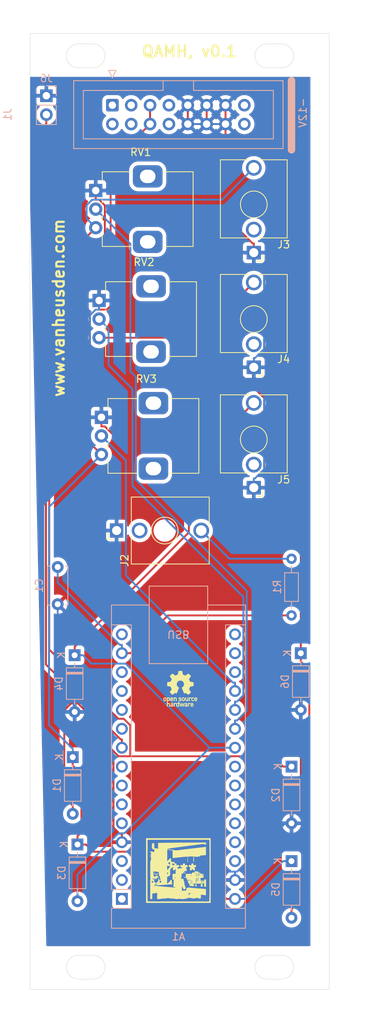
<source format=kicad_pcb>
(kicad_pcb (version 20221018) (generator pcbnew)
  (layers (0 "F.Cu" signal) (31 "B.Cu" signal) (34 "B.Paste" user) (35 "F.Paste" user) (36 "B.SilkS" user "B.Silkscreen") (37 "F.SilkS" user "F.Silkscreen") (38 "B.Mask" user) (39 "F.Mask" user) (44 "Edge.Cuts" user))
  (net 0 "")
  (net 4 "GND")
  (net 9 "Net-(A1-D6)")
  (net 14 "Net-(A1-MOSI)")
  (net 19 "Net-(A1-A0)")
  (net 20 "Net-(A1-A1)")
  (net 21 "Net-(A1-A2)")
  (net 22 "Net-(A1-A3)")
  (net 27 "+5V")
  (net 30 "Net-(D1-A)")
  (net 31 "Net-(D5-A)")
  (net 40 "Net-(J2-PadT)")
  (footprint "Connector_Audio:Jack_3.5mm_QingPu_WQP-PJ398SM_Vertical_CircularHoles" (layer "F.Cu") (at 231.14 46.49 180)
    (fp_text reference "J3")
    (fp_text value "INPUT 1")
  )
  (footprint "Connector_Audio:Jack_3.5mm_QingPu_WQP-PJ398SM_Vertical_CircularHoles" (layer "F.Cu") (at 231.14 61.9 180)
    (fp_text reference "J4")
    (fp_text value "INPUT 2")
  )
  (footprint "Potentiometer_THT:Potentiometer_Alps_RK09K_Single_Vertical" (layer "F.Cu") (at 210.3 52.92)
    (fp_text reference "RV2")
    (fp_text value "P2")
  )
  (footprint "Potentiometer_THT:Potentiometer_Alps_RK09K_Single_Vertical" (layer "F.Cu") (at 210.617 68.62)
    (fp_text reference "RV3")
    (fp_text value "P3")
  )
  (footprint "Connector_Audio:Jack_3.5mm_QingPu_WQP-PJ398SM_Vertical_CircularHoles" (layer "F.Cu") (at 231.14 78.08 180)
    (fp_text reference "J5")
    (fp_text value "INPUT 3")
  )
  (footprint "LOGO" (layer "F.Cu") (at 220.98 129.54)
    (fp_text reference "G***")
    (fp_text value "LOGO" hide)
  )
  (footprint "Connector_Audio:Jack_3.5mm_QingPu_WQP-PJ398SM_Vertical_CircularHoles" (layer "F.Cu") (at 212.66 83.84 90)
    (fp_text reference "J2")
    (fp_text value "OUTPUT")
  )
  (footprint "Potentiometer_THT:Potentiometer_Alps_RK09K_Single_Vertical" (layer "F.Cu") (at 209.85 38.14)
    (fp_text reference "RV1")
    (fp_text value "P1")
  )
  (footprint "Diode_THT:D_DO-35_SOD27_P7.62mm_Horizontal" (layer "B.Cu") (at 236.22 115.57 -90)
    (fp_text reference "D2")
    (fp_text value "1N4148")
  )
  (footprint "Capacitor_THT:C_Disc_D5.0mm_W2.5mm_P5.00mm" (layer "B.Cu") (at 204.725 88.74 -90)
    (fp_text reference "C1")
    (fp_text value "100nF")
  )
  (footprint "Diode_THT:D_DO-35_SOD27_P7.62mm_Horizontal" (layer "B.Cu") (at 236.22 128.27 -90)
    (fp_text reference "D5")
    (fp_text value "1N4148")
  )
  (footprint "Diode_THT:D_DO-35_SOD27_P7.62mm_Horizontal" (layer "B.Cu") (at 237.47 100.33 -90)
    (fp_text reference "D6")
    (fp_text value "1N4148")
  )
  (footprint "Module:Arduino_Nano" (layer "B.Cu") (at 213.37 133.35)
    (fp_text reference "A1")
    (fp_text value "Arduino_Nano_Every")
  )
  (footprint "Diode_THT:D_DO-35_SOD27_P7.62mm_Horizontal" (layer "B.Cu") (at 206.75 114.3 -90)
    (fp_text reference "D1")
    (fp_text value "1N4148")
  )
  (footprint "Connector_PinHeader_2.54mm:PinHeader_1x02_P2.54mm_Vertical" (layer "B.Cu") (at 203.2 25.4 180)
    (fp_text reference "J6")
    (fp_text value "Conn_01x02_Pin")
  )
  (footprint "Diode_THT:D_DO-35_SOD27_P7.62mm_Horizontal" (layer "B.Cu") (at 207.01 100.6 -90)
    (fp_text reference "D4")
    (fp_text value "1N4148")
  )
  (footprint "Resistor_THT:R_Axial_DIN0204_L3.6mm_D1.6mm_P7.62mm_Horizontal" (layer "B.Cu") (at 236.22 87.63 -90)
    (fp_text reference "R1")
    (fp_text value "1k")
  )
  (footprint "Diode_THT:D_DO-35_SOD27_P7.62mm_Horizontal" (layer "B.Cu") (at 207.39 126.04 -90)
    (fp_text reference "D3")
    (fp_text value "1N4148")
  )
  (footprint "4ms_Connector:Pins_2x08_2.54mm_TH_EuroPower_Shrouded" (layer "B.Cu") (at 220.98 27.94 -90)
    (fp_text reference "J1")
    (fp_text value "Eurorack_Power_16pin_Shrouded")
  )
  (gr_poly locked (pts (xy 222.949582 106.270605) (xy 222.956212 106.270905) (xy 222.962755 106.2714) (xy 222.969209 106.272087) (xy 222.981853 106.274018) (xy 222.994143 106.276667) (xy 223.006076 106.280002) (xy 223.017652 106.283992) (xy 223.028869 106.288606) (xy 223.039724 106.293811) (xy 223.050218 106.299576) (xy 223.060347 106.30587) (xy 223.07011 106.312662) (xy 223.079507 106.319919) (xy 223.088534 106.32761) (xy 223.097191 106.335705) (xy 223.105476 106.34417) (xy 223.113388 106.352975) (xy 223.043114 106.415761) (xy 223.038608 106.410415) (xy 223.033867 106.405286) (xy 223.028896 106.40039) (xy 223.023703 106.395745) (xy 223.018295 106.391369) (xy 223.01268 106.387281) (xy 223.006864 106.383497) (xy 223.000854 106.380035) (xy 222.994657 106.376914) (xy 222.988281 106.374152) (xy 222.981732 106.371765) (xy 222.975018 106.369773) (xy 222.968145 106.368192) (xy 222.961121 106.367041) (xy 222.953953 106.366337) (xy 222.946647 106.366098) (xy 222.932439 106.366618) (xy 222.918998 106.368193) (xy 222.912571 106.369384) (xy 222.906344 106.370847) (xy 222.90032 106.372585) (xy 222.8945 106.374602) (xy 222.888887 106.3769) (xy 222.883484 106.379483) (xy 222.878293 106.382352) (xy 222.873318 106.385512) (xy 222.86856 106.388965) (xy 222.864022 106.392713) (xy 222.859707 106.39676) (xy 222.855618 106.401109) (xy 222.851756 106.405763) (xy 222.848124 106.410724) (xy 222.844726 106.415996) (xy 222.841563 106.421581) (xy 222.838639 106.427482) (xy 222.835955 106.433703) (xy 222.833515 106.440245) (xy 222.831321 106.447113) (xy 222.829375 106.454309) (xy 222.82768 106.461835) (xy 222.826239 106.469696) (xy 222.825054 106.477893) (xy 222.823463 106.495309) (xy 222.822928 106.514106) (xy 222.823063 106.5236) (xy 222.823464 106.532751) (xy 222.824129 106.541561) (xy 222.825055 106.550034) (xy 222.82624 106.558172) (xy 222.827682 106.565977) (xy 222.829378 106.573454) (xy 222.831324 106.580603) (xy 222.83352 106.587429) (xy 222.835961 106.593933) (xy 222.838645 106.600119) (xy 222.84157 106.605989) (xy 222.844734 106.611546) (xy 222.848133 106.616792) (xy 222.851765 106.621731) (xy 222.855628 106.626366) (xy 222.859718 106.630698) (xy 222.864033 106.634731) (xy 222.868571 106.638467) (xy 222.87333 106.64191) (xy 222.878305 106.645061) (xy 222.883496 106.647924) (xy 222.888898 106.650501) (xy 222.894511 106.652796) (xy 222.90033 106.65481) (xy 222.906354 106.656546) (xy 222.91258 106.658009) (xy 222.919005 106.659199) (xy 222.925627 106.660119) (xy 222.932443 106.660774) (xy 222.939451 106.661164) (xy 222.946647 106.661294) (xy 222.950317 106.661234) (xy 222.953953 106.661055) (xy 222.957554 106.660761) (xy 222.96112 106.660352) (xy 222.968143 106.6592) (xy 222.975014 106.65762) (xy 222.981727 106.655627) (xy 222.988274 106.653241) (xy 222.994649 106.650478) (xy 223.000844 106.647357) (xy 223.006853 106.643896) (xy 223.012668 106.640112) (xy 223.018284 106.636023) (xy 223.023692 106.631648) (xy 223.028886 106.627003) (xy 223.033859 106.622107) (xy 223.038604 106.616977) (xy 223.043114 106.611632) (xy 223.113388 106.674417) (xy 223.105481 106.683208) (xy 223.0972 106.691662) (xy 223.088546 106.699747) (xy 223.079521 106.707431) (xy 223.070127 106.714683) (xy 223.060365 106.72147) (xy 223.050237 106.727761) (xy 223.039744 106.733525) (xy 223.028888 106.738729) (xy 223.017671 106.743342) (xy 223.006093 106.747333) (xy 222.994158 106.750669) (xy 222.981865 106.753319) (xy 222.969218 106.755251) (xy 222.956217 106.756433) (xy 222.942864 106.756835) (xy 222.922379 106.756014) (xy 222.902132 106.753518) (xy 222.882271 106.749297) (xy 222.862947 106.743298) (xy 222.853532 106.739616) (xy 222.844308 106.73547) (xy 222.835293 106.730855) (xy 222.826506 106.725764) (xy 222.817964 106.72019) (xy 222.809688 106.714127) (xy 222.801696 106.707568) (xy 222.794006 106.700508) (xy 222.786637 106.69294) (xy 222.779608 106.684857) (xy 222.772937 106.676254) (xy 222.766644 106.667123) (xy 222.760747 106.657459) (xy 222.755264 106.647254) (xy 222.750215 106.636504) (xy 222.745618 106.6252) (xy 222.741492 106.613337) (xy 222.737855 106.600909) (xy 222.734726 106.587909) (xy 222.732124 106.574331) (xy 222.730068 106.560167) (xy 222.728576 106.545413) (xy 222.727667 106.530062) (xy 222.72736 106.514106) (xy 222.727667 106.498076) (xy 222.728576 106.482654) (xy 222.730068 106.467834) (xy 222.732124 106.453609) (xy 222.734726 106.439972) (xy 222.737855 106.426918) (xy 222.741492 106.414439) (xy 222.745618 106.40253) (xy 222.750215 106.391183) (xy 222.755264 106.380392) (xy 222.760747 106.370151) (xy 222.766644 106.360452) (xy 222.772937 106.351291) (xy 222.779608 106.342659) (xy 222.786637 106.334551) (xy 222.794006 106.32696) (xy 222.801696 106.319879) (xy 222.809688 106.313303) (xy 222.817964 106.307224) (xy 222.826506 106.301635) (xy 222.835293 106.296532) (xy 222.844308 106.291906) (xy 222.853532 106.287752) (xy 222.862947 106.284063) (xy 222.872532 106.280832) (xy 222.882271 106.278053) (xy 222.892144 106.275719) (xy 222.902132 106.273824) (xy 222.912216 106.272362) (xy 222.922379 106.271326) (xy 222.942864 106.270504)) (stroke (width 0.02)) (fill solid) (layer "F.SilkS"))
  (gr_poly locked (pts (xy 220.607534 107.021079) (xy 220.614516 107.021563) (xy 220.621354 107.022361) (xy 220.628055 107.023462) (xy 220.634622 107.024861) (xy 220.641063 107.026547) (xy 220.647383 107.028514) (xy 220.653587 107.030752) (xy 220.65968 107.033253) (xy 220.66567 107.03601) (xy 220.67156 107.039015) (xy 220.677357 107.042258) (xy 220.683067 107.045732) (xy 220.688695 107.049428) (xy 220.694246 107.053338) (xy 220.699726 107.057455) (xy 220.630406 107.139926) (xy 220.626262 107.136876) (xy 220.62225 107.134063) (xy 220.618349 107.131482) (xy 220.614534 107.129126) (xy 220.610786 107.126991) (xy 220.607082 107.12507) (xy 220.6034 107.123359) (xy 220.599717 107.121851) (xy 220.596013 107.120542) (xy 220.592265 107.119425) (xy 220.58845 107.118495) (xy 220.584548 107.117747) (xy 220.580536 107.117174) (xy 220.576392 107.116772) (xy 220.572094 107.116535) (xy 220.56762 107.116457) (xy 220.558856 107.116811) (xy 220.55018 107.117883) (xy 220.541657 107.119685) (xy 220.533354 107.122232) (xy 220.529305 107.123789) (xy 220.525336 107.125537) (xy 220.521454 107.127478) (xy 220.517669 107.129613) (xy 220.513988 107.131945) (xy 220.51042 107.134474) (xy 220.506972 107.137204) (xy 220.503654 107.140134) (xy 220.500472 107.143268) (xy 220.497437 107.146606) (xy 220.494555 107.15015) (xy 220.491835 107.153903) (xy 220.489285 107.157866) (xy 220.486914 107.16204) (xy 220.484729 107.166427) (xy 220.48274 107.171029) (xy 220.480953 107.175847) (xy 220.479378 107.180884) (xy 220.478023 107.186141) (xy 220.476896 107.191619) (xy 220.476005 107.19732) (xy 220.475358 107.203247) (xy 220.474964 107.2094) (xy 220.474831 107.215782) (xy 220.474831 107.501611) (xy 220.379263 107.501611) (xy 220.379263 107.026551) (xy 220.474831 107.026551) (xy 220.474831 107.07714) (xy 220.476709 107.07714) (xy 220.482483 107.070334) (xy 220.488556 107.063968) (xy 220.494921 107.058039) (xy 220.501569 107.052549) (xy 220.508492 107.047498) (xy 220.515681 107.042886) (xy 220.523129 107.038713) (xy 220.530826 107.034979) (xy 220.538765 107.031683) (xy 220.546938 107.028827) (xy 220.555335 107.02641) (xy 220.563949 107.024432) (xy 220.57277 107.022894) (xy 220.581792 107.021795) (xy 220.591005 107.021136) (xy 220.600402 107.020916)) (stroke (width 0.02)) (fill solid) (layer "F.SilkS"))
  (gr_poly locked (pts (xy 219.174957 106.270597) (xy 219.181634 106.27087) (xy 219.18814 106.271317) (xy 219.194478 106.271931) (xy 219.200649 106.272707) (xy 219.206655 106.273638) (xy 219.212499 106.274718) (xy 219.218184 106.27594) (xy 219.22371 106.277298) (xy 219.229081 106.278786) (xy 219.234299 106.280397) (xy 219.239366 106.282124) (xy 219.244284 106.283963) (xy 219.249055 106.285905) (xy 219.253682 106.287945) (xy 219.258167 106.290077) (xy 219.26672 106.29459) (xy 219.27473 106.299392) (xy 219.282217 106.304432) (xy 219.289197 106.309661) (xy 219.295688 106.315027) (xy 219.301709 106.320479) (xy 219.307277 106.325966) (xy 219.31241 106.331438) (xy 219.319011 106.338998) (xy 219.325116 106.346629) (xy 219.330735 106.354424) (xy 219.335878 106.362478) (xy 219.340555 106.370882) (xy 219.344775 106.379732) (xy 219.348548 106.389119) (xy 219.351883 106.399138) (xy 219.35479 106.409882) (xy 219.357278 106.421444) (xy 219.359357 106.433918) (xy 219.361036 106.447397) (xy 219.362326 106.461975) (xy 219.363235 106.477745) (xy 219.363774 106.4948) (xy 219.363951 106.513233) (xy 219.363774 106.531821) (xy 219.363235 106.549013) (xy 219.362326 106.564901) (xy 219.361036 106.579582) (xy 219.359357 106.59315) (xy 219.357278 106.605699) (xy 219.35479 106.617324) (xy 219.351883 106.628119) (xy 219.348548 106.638179) (xy 219.344775 106.647598) (xy 219.340555 106.656472) (xy 219.335878 106.664893) (xy 219.330735 106.672958) (xy 219.325116 106.68076) (xy 219.319011 106.688394) (xy 219.31241 106.695955) (xy 219.307277 106.701426) (xy 219.301709 106.706911) (xy 219.295688 106.712361) (xy 219.289197 106.717723) (xy 219.282217 106.722948) (xy 219.27473 106.727984) (xy 219.26672 106.732781) (xy 219.258167 106.737289) (xy 219.249055 106.741456) (xy 219.239366 106.745232) (xy 219.229081 106.748566) (xy 219.218184 106.751408) (xy 219.206655 106.753706) (xy 219.194478 106.755411) (xy 219.181634 106.756471) (xy 219.168107 106.756835) (xy 219.161254 106.756743) (xy 219.154574 106.756471) (xy 219.148066 106.756024) (xy 219.141727 106.755411) (xy 219.135554 106.754636) (xy 219.129546 106.753706) (xy 219.1237 106.752628) (xy 219.118014 106.751408) (xy 219.112486 106.750052) (xy 219.107114 106.748566) (xy 219.101895 106.746958) (xy 219.096827 106.745232) (xy 219.091908 106.743396) (xy 219.087136 106.741456) (xy 219.082508 106.739418) (xy 219.078023 106.737289) (xy 219.069469 106.732782) (xy 219.061458 106.727984) (xy 219.053971 106.722948) (xy 219.04699 106.717723) (xy 219.040498 106.712361) (xy 219.034477 106.706912) (xy 219.028909 106.701426) (xy 219.023776 106.695955) (xy 219.017176 106.688394) (xy 219.011072 106.680761) (xy 219.005454 106.67296) (xy 219.000312 106.664897) (xy 218.995637 106.656477) (xy 218.99142 106.647605) (xy 218.987649 106.638187) (xy 218.984317 106.628129) (xy 218.981413 106.617335) (xy 218.978927 106.605711) (xy 218.97685 106.593162) (xy 218.975173 106.579593) (xy 218.973885 106.564911) (xy 218.972977 106.54902) (xy 218.972439 106.531826) (xy 218.972262 106.513233) (xy 219.067829 106.513233) (xy 219.067897 106.525657) (xy 219.068106 106.536977) (xy 219.068467 106.547278) (xy 219.068988 106.556643) (xy 219.06968 106.565158) (xy 219.070552 106.572904) (xy 219.071613 106.579967) (xy 219.072873 106.58643) (xy 219.074342 106.592378) (xy 219.076029 106.597893) (xy 219.077944 106.60306) (xy 219.080097 106.607962) (xy 219.082496 106.612685) (xy 219.085152 106.61731) (xy 219.088074 106.621923) (xy 219.091272 106.626607) (xy 219.094089 106.630245) (xy 219.097261 106.633757) (xy 219.100768 106.637128) (xy 219.10459 106.640343) (xy 219.10871 106.643387) (xy 219.113106 106.646245) (xy 219.117761 106.648902) (xy 219.122654 106.651343) (xy 219.127768 106.653553) (xy 219.133082 106.655517) (xy 219.138578 106.65722) (xy 219.144236 106.658647) (xy 219.150037 106.659783) (xy 219.155962 106.660612) (xy 219.161991 106.661121) (xy 219.168107 106.661294) (xy 219.174217 106.661121) (xy 219.180243 106.660611) (xy 219.186164 106.65978) (xy 219.191962 106.658643) (xy 219.197618 106.657214) (xy 219.203112 106.65551) (xy 219.208426 106.653544) (xy 219.213539 106.651333) (xy 219.218433 106.648891) (xy 219.223088 106.646233) (xy 219.227487 106.643375) (xy 219.231608 106.640332) (xy 219.235433 106.637118) (xy 219.238943 106.63375) (xy 219.242119 106.630241) (xy 219.243576 106.628439) (xy 219.244942 106.626607) (xy 219.248139 106.621924) (xy 219.25106 106.617312) (xy 219.253715 106.612691) (xy 219.256112 106.607977) (xy 219.258263 106.603088) (xy 219.260176 106.597942) (xy 219.26186 106.592455) (xy 219.263327 106.586546) (xy 219.264585 106.580132) (xy 219.265643 106.57313) (xy 219.266513 106.565459) (xy 219.267203 106.557034) (xy 219.267722 106.547774) (xy 219.268081 106.537597) (xy 219.268357 106.51416) (xy 219.26829 106.501736) (xy 219.268081 106.490414) (xy 219.267722 106.480111) (xy 219.267203 106.470742) (xy 219.266513 106.462225) (xy 219.265643 106.454475) (xy 219.264585 106.447409) (xy 219.263327 106.440943) (xy 219.26186 106.434993) (xy 219.260176 106.429477) (xy 219.258263 106.42431) (xy 219.256112 106.419408) (xy 219.253715 106.414688) (xy 219.25106 106.410067) (xy 219.248139 106.405461) (xy 219.244942 106.400785) (xy 219.242119 106.397147) (xy 219.238943 106.393635) (xy 219.235433 106.390265) (xy 219.231608 106.38705) (xy 219.227487 106.384006) (xy 219.223088 106.381148) (xy 219.218433 106.378491) (xy 219.213539 106.37605) (xy 219.208426 106.37384) (xy 219.203112 106.371876) (xy 219.197618 106.370173) (xy 219.191962 106.368746) (xy 219.186164 106.36761) (xy 219.180243 106.36678) (xy 219.174217 106.366271) (xy 219.168107 106.366098) (xy 219.161991 106.366272) (xy 219.155962 106.366781) (xy 219.150037 106.367613) (xy 219.144236 106.36875) (xy 219.138578 106.370179) (xy 219.133082 106.371883) (xy 219.127768 106.373849) (xy 219.122654 106.37606) (xy 219.117761 106.378502) (xy 219.113106 106.38116) (xy 219.10871 106.384018) (xy 219.10459 106.387061) (xy 219.100768 106.390274) (xy 219.097261 106.393643) (xy 219.094089 106.397152) (xy 219.092635 106.398954) (xy 219.091272 106.400785) (xy 219.088074 106.40546) (xy 219.085152 106.410065) (xy 219.082496 106.414682) (xy 219.080097 106.419393) (xy 219.077944 106.424281) (xy 219.076029 106.429428) (xy 219.074342 106.434916) (xy 219.072873 106.440827) (xy 219.071613 106.447244) (xy 219.070552 106.454249) (xy 219.06968 106.461924) (xy 219.068988 106.470352) (xy 219.068467 106.479614) (xy 219.068106 106.489794) (xy 219.067829 106.513233) (xy 218.972262 106.513233) (xy 218.972439 106.4948) (xy 218.972977 106.477746) (xy 218.973885 106.461977) (xy 218.975173 106.447401) (xy 218.97685 106.433924) (xy 218.978927 106.421451) (xy 218.981413 106.409891) (xy 218.984317 106.399148) (xy 218.987649 106.38913) (xy 218.99142 106.379743) (xy 218.995637 106.370894) (xy 219.000312 106.362489) (xy 219.005454 106.354434) (xy 219.011072 106.346636) (xy 219.017176 106.339002) (xy 219.023776 106.331438) (xy 219.028909 106.325966) (xy 219.034477 106.320479) (xy 219.040498 106.315027) (xy 219.04699 106.309661) (xy 219.053971 106.304433) (xy 219.061458 106.299392) (xy 219.069469 106.29459) (xy 219.078023 106.290077) (xy 219.087136 106.285905) (xy 219.096827 106.282124) (xy 219.107114 106.278786) (xy 219.118014 106.27594) (xy 219.129546 106.273638) (xy 219.141727 106.271931) (xy 219.154574 106.27087) (xy 219.168107 106.270505)) (stroke (width 0.02)) (fill solid) (layer "F.SilkS"))
  (gr_poly locked (pts (xy 222.646545 106.270668) (xy 222.653525 106.271152) (xy 222.660362 106.271949) (xy 222.667059 106.273051) (xy 222.673623 106.274449) (xy 222.680061 106.276136) (xy 222.686377 106.278102) (xy 222.692578 106.28034) (xy 222.69867 106.282842) (xy 222.704658 106.285599) (xy 222.710548 106.288603) (xy 222.716346 106.291847) (xy 222.722059 106.29532) (xy 222.727691 106.299017) (xy 222.733249 106.302927) (xy 222.738738 106.307044) (xy 222.669391 106.389514) (xy 222.665247 106.386474) (xy 222.661236 106.383669) (xy 222.657336 106.381095) (xy 222.653523 106.378746) (xy 222.649777 106.376615) (xy 222.646074 106.374699) (xy 222.642393 106.372991) (xy 222.638712 106.371486) (xy 222.635009 106.370179) (xy 222.631261 106.369064) (xy 222.627447 106.368135) (xy 222.623544 106.367387) (xy 222.619531 106.366815) (xy 222.615384 106.366414) (xy 222.611083 106.366176) (xy 222.606605 106.366099) (xy 222.597837 106.366452) (xy 222.589158 106.367522) (xy 222.580634 106.369322) (xy 222.572332 106.371866) (xy 222.568283 106.373421) (xy 222.564315 106.375168) (xy 222.560435 106.377107) (xy 222.556651 106.379241) (xy 222.552971 106.381571) (xy 222.549405 106.384099) (xy 222.545959 106.386827) (xy 222.542642 106.389756) (xy 222.539463 106.392888) (xy 222.536429 106.396225) (xy 222.533549 106.399769) (xy 222.530831 106.403522) (xy 222.528283 106.407484) (xy 222.525914 106.411658) (xy 222.523731 106.416045) (xy 222.521743 106.420648) (xy 222.519959 106.425468) (xy 222.518385 106.430506) (xy 222.517031 106.435765) (xy 222.515905 106.441245) (xy 222.515015 106.44695) (xy 222.514369 106.45288) (xy 222.513975 106.459037) (xy 222.513842 106.465423) (xy 222.513842 106.7512) (xy 222.418248 106.7512) (xy 222.418248 106.27614) (xy 222.513842 106.27614) (xy 222.513842 106.326729) (xy 222.515695 106.326729) (xy 222.521468 106.319923) (xy 222.527542 106.313556) (xy 222.533909 106.307628) (xy 222.540558 106.302138) (xy 222.547483 106.297087) (xy 222.554675 106.292475) (xy 222.562125 106.288302) (xy 222.569825 106.284567) (xy 222.577766 106.281272) (xy 222.585941 106.278416) (xy 222.59434 106.275999) (xy 222.602956 106.274021) (xy 222.61178 106.272483) (xy 222.620803 106.271384) (xy 222.630017 106.270724) (xy 222.639414 106.270505)) (stroke (width 0.02)) (fill solid) (layer "F.SilkS"))
  (gr_poly locked (pts (xy 221.663394 106.270597) (xy 221.670076 106.27087) (xy 221.676586 106.271317) (xy 221.682927 106.271931) (xy 221.689101 106.272707) (xy 221.69511 106.273638) (xy 221.700956 106.274718) (xy 221.706643 106.27594) (xy 221.712171 106.277298) (xy 221.717544 106.278786) (xy 221.722763 106.280397) (xy 221.72783 106.282124) (xy 221.732749 106.283963) (xy 221.737521 106.285905) (xy 221.742148 106.287945) (xy 221.746633 106.290077) (xy 221.755185 106.29459) (xy 221.763195 106.299392) (xy 221.77068 106.304432) (xy 221.777659 106.309661) (xy 221.78415 106.315027) (xy 221.79017 106.320479) (xy 221.795737 106.325966) (xy 221.80087 106.331438) (xy 221.807469 106.338998) (xy 221.813574 106.346629) (xy 221.819192 106.354424) (xy 221.824333 106.362478) (xy 221.829008 106.370882) (xy 221.833226 106.379732) (xy 221.836996 106.389119) (xy 221.840329 106.399138) (xy 221.843233 106.409882) (xy 221.845719 106.421444) (xy 221.847795 106.433918) (xy 221.849473 106.447397) (xy 221.850761 106.461975) (xy 221.851669 106.477745) (xy 221.852207 106.4948) (xy 221.852384 106.513233) (xy 221.852207 106.531821) (xy 221.851669 106.549013) (xy 221.850761 106.564901) (xy 221.849473 106.579582) (xy 221.847795 106.59315) (xy 221.845719 106.605699) (xy 221.843233 106.617324) (xy 221.840329 106.628119) (xy 221.836996 106.638179) (xy 221.833226 106.647598) (xy 221.829008 106.656472) (xy 221.824333 106.664893) (xy 221.819192 106.672958) (xy 221.813574 106.68076) (xy 221.807469 106.688394) (xy 221.80087 106.695955) (xy 221.795737 106.701426) (xy 221.79017 106.706911) (xy 221.78415 106.712361) (xy 221.777659 106.717723) (xy 221.77068 106.722948) (xy 221.763195 106.727984) (xy 221.755185 106.732781) (xy 221.746633 106.737289) (xy 221.737521 106.741456) (xy 221.72783 106.745232) (xy 221.717543 106.748566) (xy 221.706643 106.751408) (xy 221.69511 106.753706) (xy 221.682927 106.755411) (xy 221.670076 106.756471) (xy 221.656539 106.756835) (xy 221.649689 106.756743) (xy 221.643012 106.756471) (xy 221.636506 106.756024) (xy 221.630169 106.755411) (xy 221.623999 106.754636) (xy 221.617993 106.753706) (xy 221.61215 106.752628) (xy 221.606466 106.751408) (xy 221.600941 106.750052) (xy 221.595571 106.748566) (xy 221.590354 106.746958) (xy 221.585288 106.745232) (xy 221.580371 106.743396) (xy 221.575601 106.741456) (xy 221.570975 106.739418) (xy 221.566491 106.737289) (xy 221.557942 106.732782) (xy 221.549933 106.727984) (xy 221.542449 106.722948) (xy 221.535471 106.717723) (xy 221.528981 106.712361) (xy 221.522962 106.706912) (xy 221.517394 106.701426) (xy 221.512262 106.695955) (xy 221.505661 106.688394) (xy 221.499555 106.680761) (xy 221.493935 106.67296) (xy 221.48879 106.664897) (xy 221.484111 106.656477) (xy 221.479889 106.647605) (xy 221.476114 106.638187) (xy 221.472776 106.628129) (xy 221.469867 106.617335) (xy 221.467377 106.605711) (xy 221.465295 106.593162) (xy 221.463614 106.579593) (xy 221.462322 106.564911) (xy 221.461412 106.54902) (xy 221.460872 106.531826) (xy 221.460695 106.513233) (xy 221.556288 106.513233) (xy 221.556356 106.525657) (xy 221.556565 106.536977) (xy 221.556926 106.547278) (xy 221.557448 106.556643) (xy 221.55814 106.565158) (xy 221.559012 106.572904) (xy 221.560074 106.579967) (xy 221.561335 106.58643) (xy 221.562806 106.592378) (xy 221.564495 106.597893) (xy 221.566412 106.60306) (xy 221.568567 106.607962) (xy 221.570969 106.612685) (xy 221.573629 106.61731) (xy 221.576555 106.621923) (xy 221.579757 106.626607) (xy 221.582566 106.630245) (xy 221.585731 106.633757) (xy 221.589233 106.637128) (xy 221.593053 106.640343) (xy 221.59717 106.643387) (xy 221.601565 106.646245) (xy 221.60622 106.648902) (xy 221.611113 106.651343) (xy 221.616227 106.653553) (xy 221.621541 106.655517) (xy 221.627035 106.65722) (xy 221.632691 106.658647) (xy 221.638489 106.659783) (xy 221.644409 106.660612) (xy 221.650433 106.661121) (xy 221.656539 106.661294) (xy 221.662654 106.661121) (xy 221.668684 106.660611) (xy 221.674609 106.65978) (xy 221.68041 106.658643) (xy 221.686068 106.657214) (xy 221.691563 106.65551) (xy 221.696878 106.653544) (xy 221.701991 106.651333) (xy 221.706885 106.648891) (xy 221.71154 106.646233) (xy 221.715936 106.643375) (xy 221.720055 106.640332) (xy 221.723878 106.637118) (xy 221.727384 106.63375) (xy 221.730556 106.630241) (xy 221.732011 106.628439) (xy 221.733374 106.626607) (xy 221.736576 106.621924) (xy 221.7395 106.617312) (xy 221.742157 106.612691) (xy 221.744556 106.607977) (xy 221.746707 106.603088) (xy 221.74862 106.597942) (xy 221.750304 106.592455) (xy 221.751769 106.586546) (xy 221.753026 106.580132) (xy 221.754083 106.57313) (xy 221.754951 106.565459) (xy 221.755639 106.557034) (xy 221.756157 106.547774) (xy 221.756515 106.537597) (xy 221.75679 106.51416) (xy 221.756723 106.501736) (xy 221.756515 106.490414) (xy 221.756157 106.480111) (xy 221.755639 106.470742) (xy 221.754951 106.462225) (xy 221.754083 106.454475) (xy 221.753026 106.447409) (xy 221.751769 106.440943) (xy 221.750304 106.434993) (xy 221.74862 106.429477) (xy 221.746707 106.42431) (xy 221.744556 106.419408) (xy 221.742157 106.414688) (xy 221.7395 106.410067) (xy 221.736576 106.405461) (xy 221.733374 106.400785) (xy 221.730556 106.397147) (xy 221.727384 106.393635) (xy 221.723878 106.390265) (xy 221.720055 106.38705) (xy 221.715936 106.384006) (xy 221.71154 106.381148) (xy 221.706885 106.378491) (xy 221.701991 106.37605) (xy 221.696878 106.37384) (xy 221.691563 106.371876) (xy 221.686068 106.370173) (xy 221.68041 106.368746) (xy 221.674609 106.36761) (xy 221.668684 106.36678) (xy 221.662654 106.366271) (xy 221.656539 106.366098) (xy 221.650433 106.366272) (xy 221.644409 106.366781) (xy 221.638489 106.367613) (xy 221.632691 106.36875) (xy 221.627035 106.370179) (xy 221.621541 106.371883) (xy 221.616227 106.373849) (xy 221.611113 106.37606) (xy 221.60622 106.378502) (xy 221.601565 106.38116) (xy 221.59717 106.384018) (xy 221.593053 106.387061) (xy 221.589233 106.390274) (xy 221.585731 106.393643) (xy 221.582566 106.397152) (xy 221.581116 106.398954) (xy 221.579757 106.400785) (xy 221.576555 106.40546) (xy 221.573629 106.410065) (xy 221.570969 106.414682) (xy 221.568567 106.419393) (xy 221.566412 106.424281) (xy 221.564495 106.429428) (xy 221.562806 106.434916) (xy 221.561335 106.440827) (xy 221.560074 106.447244) (xy 221.559012 106.454249) (xy 221.55814 106.461924) (xy 221.557448 106.470352) (xy 221.556926 106.479614) (xy 221.556565 106.489794) (xy 221.556288 106.513233) (xy 221.460695 106.513233) (xy 221.460872 106.4948) (xy 221.461412 106.477746) (xy 221.462322 106.461977) (xy 221.463614 106.447401) (xy 221.465295 106.433924) (xy 221.467377 106.421451) (xy 221.469867 106.409891) (xy 221.472776 106.399148) (xy 221.476114 106.38913) (xy 221.479889 106.379743) (xy 221.484111 106.370894) (xy 221.48879 106.362489) (xy 221.493935 106.354434) (xy 221.499555 106.346636) (xy 221.505661 106.339002) (xy 221.512262 106.331438) (xy 221.517394 106.325966) (xy 221.522962 106.320479) (xy 221.528981 106.315027) (xy 221.535471 106.309661) (xy 221.542449 106.304433) (xy 221.549934 106.299392) (xy 221.557942 106.29459) (xy 221.566492 106.290077) (xy 221.575601 106.285905) (xy 221.585288 106.282124) (xy 221.595571 106.278786) (xy 221.606466 106.27594) (xy 221.617993 106.273638) (xy 221.630169 106.271931) (xy 221.643012 106.27087) (xy 221.656539 106.270505)) (stroke (width 0.02)) (fill solid) (layer "F.SilkS"))
  (gr_poly locked (pts (xy 221.223932 106.270852) (xy 221.238651 106.271723) (xy 221.252784 106.273154) (xy 221.266357 106.275129) (xy 221.279396 106.277632) (xy 221.291928 106.280645) (xy 221.303979 106.284153) (xy 221.315574 106.288139) (xy 221.326741 106.292586) (xy 221.337505 106.297478) (xy 221.347893 106.302799) (xy 221.35793 106.308531) (xy 221.367644 106.314659) (xy 221.37706 106.321165) (xy 221.386205 106.328034) (xy 221.395105 106.335248) (xy 221.336102 106.404543) (xy 221.329063 106.399732) (xy 221.321983 106.39513) (xy 221.314845 106.390753) (xy 221.30763 106.386613) (xy 221.300321 106.382725) (xy 221.292901 106.379101) (xy 221.28535 106.375758) (xy 221.277653 106.372707) (xy 221.269789 106.369963) (xy 221.261743 106.36754) (xy 221.253496 106.365452) (xy 221.245031 106.363712) (xy 221.236329 106.362335) (xy 221.227372 106.361334) (xy 221.218144 106.360723) (xy 221.208626 106.360516) (xy 221.203036 106.360587) (xy 221.197678 106.360798) (xy 221.192549 106.361146) (xy 221.187645 106.361628) (xy 221.182963 106.362242) (xy 221.178498 106.362983) (xy 221.174248 106.36385) (xy 221.170209 106.36484) (xy 221.166377 106.365948) (xy 221.162748 106.367174) (xy 221.15932 106.368513) (xy 221.156087 106.369962) (xy 221.153048 106.371519) (xy 221.150198 106.373181) (xy 221.147533 106.374945) (xy 221.14505 106.376808) (xy 221.142745 106.378767) (xy 221.140616 106.380818) (xy 221.138657 106.38296) (xy 221.136866 106.385189) (xy 221.135239 106.387502) (xy 221.133773 106.389897) (xy 221.132463 106.39237) (xy 221.131306 106.394918) (xy 221.130299 106.397539) (xy 221.129438 106.400229) (xy 221.128719 106.402986) (xy 221.128139 106.405806) (xy 221.127694 106.408687) (xy 221.127381 106.411626) (xy 221.127195 106.41462) (xy 221.127134 106.417666) (xy 221.127314 106.421527) (xy 221.127871 106.425362) (xy 221.128831 106.429149) (xy 221.130221 106.432862) (xy 221.132066 106.436476) (xy 221.134393 106.439966) (xy 221.137227 106.443309) (xy 221.138843 106.444917) (xy 221.140595 106.446479) (xy 221.142487 106.447992) (xy 221.144523 106.449452) (xy 221.146705 106.450857) (xy 221.149037 106.452204) (xy 221.151523 106.453488) (xy 221.154164 106.454708) (xy 221.159929 106.456942) (xy 221.166358 106.45888) (xy 221.173478 106.460497) (xy 221.181314 106.461769) (xy 221.189894 106.462672) (xy 221.268607 106.468255) (xy 221.277662 106.469025) (xy 221.286374 106.470102) (xy 221.294747 106.471478) (xy 221.302784 106.473147) (xy 221.31049 106.475102) (xy 221.317868 106.477335) (xy 221.32492 106.47984) (xy 221.331652 106.48261) (xy 221.338067 106.485638) (xy 221.344168 106.488917) (xy 221.349958 106.49244) (xy 221.355443 106.496201) (xy 221.360624 106.500193) (xy 221.365506 106.504408) (xy 221.370093 106.50884) (xy 221.374388 106.513482) (xy 221.378394 106.518327) (xy 221.382115 106.523368) (xy 221.385556 106.528598) (xy 221.388719 106.53401) (xy 221.391608 106.539599) (xy 221.394227 106.545355) (xy 221.396579 106.551274) (xy 221.398668 106.557347) (xy 221.400498 106.563568) (xy 221.402072 106.56993) (xy 221.404468 106.58305) (xy 221.405884 106.596652) (xy 221.406349 106.61068) (xy 221.406099 106.619263) (xy 221.405354 106.627613) (xy 221.404127 106.635727) (xy 221.402429 106.643602) (xy 221.400271 106.651236) (xy 221.397665 106.658626) (xy 221.394622 106.665771) (xy 221.391153 106.672666) (xy 221.387269 106.67931) (xy 221.382982 106.685701) (xy 221.378303 106.691834) (xy 221.373244 106.697709) (xy 221.367815 106.703322) (xy 221.362029 106.708671) (xy 221.355896 106.713754) (xy 221.349427 106.718567) (xy 221.342635 106.723108) (xy 221.33553 106.727375) (xy 221.320428 106.735075) (xy 221.304211 106.741646) (xy 221.286971 106.747069) (xy 221.268796 106.751323) (xy 221.249779 106.754386) (xy 221.23001 106.756239) (xy 221.209579 106.756862) (xy 221.195239 106.756532) (xy 221.181038 106.755542) (xy 221.166982 106.753889) (xy 221.153078 106.751574) (xy 221.139333 106.748594) (xy 221.125754 106.744949) (xy 221.112348 106.740636) (xy 221.099122 106.735655) (xy 221.086082 106.730005) (xy 221.073236 106.723683) (xy 221.060591 106.716689) (xy 221.048152 106.709021) (xy 221.035928 106.700678) (xy 221.023925 106.691659) (xy 221.012151 106.681962) (xy 221.000611 106.671586) (xy 221.067127 106.606023) (xy 221.074904 106.613352) (xy 221.082791 106.620216) (xy 221.09081 106.626615) (xy 221.098982 106.632547) (xy 221.107331 106.638011) (xy 221.115877 106.643006) (xy 221.124643 106.647531) (xy 221.13365 106.651584) (xy 221.142921 106.655165) (xy 221.152478 106.658272) (xy 221.162341 106.660905) (xy 221.172535 106.663061) (xy 221.183079 106.66474) (xy 221.193997 106.665941) (xy 221.20531 106.666662) (xy 221.21704 106.666903) (xy 221.222088 106.666843) (xy 221.227044 106.666662) (xy 221.231904 106.666361) (xy 221.236662 106.66594) (xy 221.241316 106.665399) (xy 221.245859 106.664738) (xy 221.250289 106.663957) (xy 221.254599 106.663057) (xy 221.258786 106.662038) (xy 221.262845 106.660899) (xy 221.266773 106.659642) (xy 221.270563 106.658265) (xy 221.274212 106.65677) (xy 221.277716 106.655156) (xy 221.281069 106.653424) (xy 221.284267 106.651574) (xy 221.287307 106.649606) (xy 221.290183 106.647519) (xy 221.292891 106.645315) (xy 221.295426 106.642994) (xy 221.297784 106.640555) (xy 221.29996 106.637999) (xy 221.301951 106.635325) (xy 221.303751 106.632535) (xy 221.305356 106.629628) (xy 221.306762 106.626605) (xy 221.307963 106.623465) (xy 221.308957 106.620208) (xy 221.309737 106.616836) (xy 221.3103 106.613347) (xy 221.310641 106.609743) (xy 221.310756 106.606023) (xy 221.310682 106.602928) (xy 221.310464 106.599968) (xy 221.310104 106.597139) (xy 221.309606 106.594438) (xy 221.308972 106.591863) (xy 221.308207 106.58941) (xy 221.307314 106.587077) (xy 221.306294 106.58486) (xy 221.305153 106.582758) (xy 221.303893 106.580766) (xy 221.302517 106.578883) (xy 221.301029 106.577105) (xy 221.299432 106.575429) (xy 221.297729 106.573852) (xy 221.295923 106.572372) (xy 221.294017 106.570986) (xy 221.292016 106.56969) (xy 221.289921 106.568482) (xy 221.285466 106.566317) (xy 221.280678 106.564469) (xy 221.275584 106.562915) (xy 221.270208 106.56163) (xy 221.264577 106.560593) (xy 221.258716 106.559779) (xy 221.252653 106.559165) (xy 221.168304 106.551677) (xy 221.1538 106.549976) (xy 221.139834 106.547338) (xy 221.13307 106.54567) (xy 221.126461 106.543771) (xy 221.120013 106.541642) (xy 221.113734 106.539285) (xy 221.107631 106.536699) (xy 221.10171 106.533887) (xy 221.095979 106.530849) (xy 221.090443 106.527586) (xy 221.085111 106.524099) (xy 221.079989 106.52039) (xy 221.075083 106.516459) (xy 221.070401 106.512307) (xy 221.06595 106.507936) (xy 221.061736 106.503347) (xy 221.057766 106.49854) (xy 221.054048 106.493516) (xy 221.050587 106.488278) (xy 221.047391 106.482825) (xy 221.044468 106.477159) (xy 221.041822 106.47128) (xy 221.039462 106.465191) (xy 221.037395 106.458891) (xy 221.035627 106.452382) (xy 221.034164 106.445666) (xy 221.033015 106.438742) (xy 221.032186 106.431612) (xy 221.031683 106.424278) (xy 221.031514 106.41674) (xy 221.031738 106.407828) (xy 221.032402 106.399192) (xy 221.033496 106.390831) (xy 221.035011 106.382747) (xy 221.036938 106.374939) (xy 221.039266 106.367408) (xy 221.041985 106.360154) (xy 221.045086 106.353179) (xy 221.048559 106.346483) (xy 221.052394 106.340066) (xy 221.056582 106.333928) (xy 221.061112 106.328071) (xy 221.065975 106.322494) (xy 221.071161 106.317199) (xy 221.07666 106.312185) (xy 221.082463 106.307454) (xy 221.08856 106.303005) (xy 221.09494 106.29884) (xy 221.101594 106.294958) (xy 221.108513 106.291361) (xy 221.115687 106.288049) (xy 221.123105 106.285022) (xy 221.138637 106.279825) (xy 221.155031 106.275777) (xy 221.172208 106.27288) (xy 221.19009 106.271139) (xy 221.2086 106.270558)) (stroke (width 0.02)) (fill solid) (layer "F.SilkS"))
  (gr_poly locked (pts (xy 221.475702 102.718472) (xy 221.476709 102.718547) (xy 221.477711 102.71867) (xy 221.478707 102.718841) (xy 221.479695 102.719057) (xy 221.480673 102.719318) (xy 221.481641 102.719622) (xy 221.482595 102.719969) (xy 221.483536 102.720356) (xy 221.484462 102.720784) (xy 221.48537 102.721249) (xy 221.486261 102.721752) (xy 221.487131 102.722291) (xy 221.48798 102.722865) (xy 221.488805 102.723473) (xy 221.489607 102.724112) (xy 221.490383 102.724783) (xy 221.491131 102.725484) (xy 221.49185 102.726213) (xy 221.492539 102.72697) (xy 221.493196 102.727753) (xy 221.49382 102.72856) (xy 221.494409 102.729392) (xy 221.494961 102.730245) (xy 221.495476 102.73112) (xy 221.495952 102.732015) (xy 221.496386 102.732929) (xy 221.496779 102.73386) (xy 221.497127 102.734808) (xy 221.49743 102.73577) (xy 221.497687 102.736746) (xy 221.497895 102.737735) (xy 221.581636 103.187606) (xy 221.581847 103.188603) (xy 221.582104 103.189603) (xy 221.582748 103.191607) (xy 221.583556 103.193605) (xy 221.584517 103.195583) (xy 221.585619 103.197529) (xy 221.586852 103.199429) (xy 221.588203 103.201271) (xy 221.589663 103.203041) (xy 221.591218 103.204727) (xy 221.592859 103.206315) (xy 221.594574 103.207792) (xy 221.596351 103.209145) (xy 221.59818 103.210362) (xy 221.600049 103.211428) (xy 221.600994 103.211901) (xy 221.601946 103.212332) (xy 221.602902 103.212718) (xy 221.603861 103.213059) (xy 221.90538 103.336487) (xy 221.907253 103.337312) (xy 221.90924 103.338001) (xy 221.911322 103.338555) (xy 221.913483 103.338975) (xy 221.915705 103.339264) (xy 221.91797 103.339421) (xy 221.920261 103.339449) (xy 221.922561 103.339348) (xy 221.924852 103.33912) (xy 221.927116 103.338765) (xy 221.929336 103.338285) (xy 221.931495 103.337682) (xy 221.933575 103.336955) (xy 221.935559 103.336108) (xy 221.937429 103.33514) (xy 221.939167 103.334053) (xy 222.315008 103.076137) (xy 222.315854 103.075586) (xy 222.316726 103.075077) (xy 222.317621 103.074611) (xy 222.318537 103.074188) (xy 222.319472 103.073807) (xy 222.320425 103.073469) (xy 222.321393 103.073172) (xy 222.322375 103.072918) (xy 222.323369 103.072705) (xy 222.324372 103.072533) (xy 222.3264 103.072314) (xy 222.328444 103.072259) (xy 222.330489 103.072367) (xy 222.33252 103.072636) (xy 222.33452 103.073064) (xy 222.336475 103.073652) (xy 222.337431 103.074004) (xy 222.33837 103.074396) (xy 222.33929 103.074826) (xy 222.340189 103.075296) (xy 222.341065 103.075804) (xy 222.341917 103.07635) (xy 222.342742 103.076934) (xy 222.343538 103.077557) (xy 222.344304 103.078217) (xy 222.345038 103.078915) (xy 222.661559 103.395436) (xy 222.662257 103.39617) (xy 222.662917 103.396936) (xy 222.663539 103.397733) (xy 222.664122 103.398559) (xy 222.664668 103.399411) (xy 222.665174 103.400288) (xy 222.666071 103.402108) (xy 222.666812 103.404005) (xy 222.667396 103.405963) (xy 222.667822 103.407966) (xy 222.668088 103.409998) (xy 222.668193 103.412046) (xy 222.668137 103.414092) (xy 222.667918 103.416123) (xy 222.667534 103.418121) (xy 222.666986 103.420073) (xy 222.666649 103.421027) (xy 222.666271 103.421963) (xy 222.665851 103.422879) (xy 222.665388 103.423774) (xy 222.664884 103.424646) (xy 222.664337 103.425493) (xy 222.410919 103.794851) (xy 222.409829 103.796597) (xy 222.408862 103.79847) (xy 222.408018 103.800453) (xy 222.407299 103.802528) (xy 222.406706 103.804679) (xy 222.40624 103.806889) (xy 222.405902 103.809141) (xy 222.405693 103.811418) (xy 222.405615 103.813702) (xy 222.405668 103.815977) (xy 222.405853 103.818226) (xy 222.406171 103.820431) (xy 222.406624 103.822576) (xy 222.407213 103.824644) (xy 222.407939 103.826618) (xy 222.408802 103.82848) (xy 222.542126 104.139524) (xy 222.542887 104.141434) (xy 222.543824 104.143326) (xy 222.544921 104.14519) (xy 222.546167 104.147014) (xy 222.547548 104.148786) (xy 222.549051 104.150496) (xy 222.550662 104.152132) (xy 222.552369 104.153683) (xy 222.554158 104.155137) (xy 222.556016 104.156483) (xy 222.557929 104.157711) (xy 222.559885 104.158808) (xy 222.561871 104.159764) (xy 222.563872 104.160567) (xy 222.565876 104.161206) (xy 222.56787 104.16167) (xy 223.002818 104.242553) (xy 223.003805 104.242766) (xy 223.004779 104.243026) (xy 223.005739 104.243334) (xy 223.006685 104.243686) (xy 223.007614 104.244081) (xy 223.008526 104.244518) (xy 223.009419 104.244996) (xy 223.010292 104.245513) (xy 223.011975 104.246658) (xy 223.013562 104.247942) (xy 223.015046 104.249352) (xy 223.016415 104.250877) (xy 223.017659 104.252506) (xy 223.01877 104.254226) (xy 223.019736 104.256025) (xy 223.020162 104.256951) (xy 223.020548 104.257893) (xy 223.020893 104.258849) (xy 223.021195 104.259817) (xy 223.021454 104.260797) (xy 223.021669 104.261786) (xy 223.021837 104.262783) (xy 223.021958 104.263787) (xy 223.022031 104.264796) (xy 223.022054 104.265809) (xy 223.022001 104.713458) (xy 223.021975 104.714469) (xy 223.0219 104.715477) (xy 223.021777 104.71648) (xy 223.021606 104.717476) (xy 223.021389 104.718465) (xy 223.021128 104.719445) (xy 223.020823 104.720414) (xy 223.020475 104.72137) (xy 223.020087 104.722313) (xy 223.019659 104.72324) (xy 223.019192 104.724151) (xy 223.018688 104.725043) (xy 223.018149 104.725915) (xy 223.017574 104.726766) (xy 223.016966 104.727594) (xy 223.016325 104.728397) (xy 223.015654 104.729174) (xy 223.014953 104.729924) (xy 223.014223 104.730645) (xy 223.013466 104.731336) (xy 223.012684 104.731994) (xy 223.011876 104.732619) (xy 223.011045 104.733209) (xy 223.010191 104.733762) (xy 223.009317 104.734277) (xy 223.008423 104.734752) (xy 223.00751 104.735187) (xy 223.00658 104.735578) (xy 223.005634 104.735926) (xy 223.004673 104.736228) (xy 223.003699 104.736482) (xy 223.002713 104.736688) (xy 222.578453 104.81564) (xy 222.577454 104.815845) (xy 222.576454 104.816096) (xy 222.575452 104.816392) (xy 222.574452 104.816731) (xy 222.57246 104.817534) (xy 222.570492 104.818493) (xy 222.56856 104.819596) (xy 222.566676 104.820832) (xy 222.564853 104.82219) (xy 222.563104 104.823657) (xy 222.561441 104.825222) (xy 222.559878 104.826874) (xy 222.558427 104.8286) (xy 222.5571 104.830389) (xy 222.55591 104.83223) (xy 222.55487 104.83411) (xy 222.553993 104.836019) (xy 222.553619 104.83698) (xy 222.553291 104.837944) (xy 222.420841 105.168806) (xy 222.420022 105.170688) (xy 222.419338 105.172681) (xy 222.41879 105.174768) (xy 222.418376 105.176931) (xy 222.418093 105.179154) (xy 222.417942 105.181419) (xy 222.41792 105.183709) (xy 222.418026 105.186007) (xy 222.418259 105.188295) (xy 222.418618 105.190556) (xy 222.419101 105.192773) (xy 222.419706 105.194929) (xy 222.420433 105.197006) (xy 222.42128 105.198987) (xy 222.422245 105.200855) (xy 222.423328 105.202593) (xy 222.664337 105.553775) (xy 222.664888 105.554621) (xy 222.665397 105.555494) (xy 222.665862 105.556389) (xy 222.666286 105.557306) (xy 222.666666 105.558243) (xy 222.667005 105.559197) (xy 222.667302 105.560167) (xy 222.667556 105.56115) (xy 222.667769 105.562146) (xy 222.667941 105.563151) (xy 222.66816 105.565184) (xy 222.668215 105.567233) (xy 222.668107 105.569283) (xy 222.667838 105.571318) (xy 222.667409 105.573323) (xy 222.666822 105.575283) (xy 222.66647 105.576241) (xy 222.666078 105.577182) (xy 222.665647 105.578103) (xy 222.665178 105.579004) (xy 222.66467 105.579882) (xy 222.664124 105.580734) (xy 222.66354 105.58156) (xy 222.662917 105.582358) (xy 222.662257 105.583124) (xy 222.661559 105.583858) (xy 222.344985 105.900379) (xy 222.344256 105.901072) (xy 222.343494 105.901728) (xy 222.342701 105.902346) (xy 222.341879 105.902927) (xy 222.34103 105.90347) (xy 222.340155 105.903974) (xy 222.338339 105.904868) (xy 222.336445 105.905608) (xy 222.33449 105.906192) (xy 222.332488 105.906619) (xy 222.330456 105.906888) (xy 222.328408 105.906996) (xy 222.326361 105.906943) (xy 222.324329 105.906727) (xy 222.322329 105.906347) (xy 222.320376 105.905801) (xy 222.319422 105.905466) (xy 222.318486 105.905089) (xy 222.317569 105.904669) (xy 222.316673 105.904208) (xy 222.315801 105.903704) (xy 222.314955 105.903157) (xy 221.969964 105.666381) (xy 221.96823 105.665302) (xy 221.966373 105.664355) (xy 221.964409 105.663542) (xy 221.962356 105.662862) (xy 221.96023 105.662317) (xy 221.958049 105.661905) (xy 221.955829 105.661629) (xy 221.953587 105.661487) (xy 221.95134 105.66148) (xy 221.949105 105.661609) (xy 221.946898 105.661873) (xy 221.944738 105.662274) (xy 221.94264 105.662811) (xy 221.940622 105.663485) (xy 221.9387 105.664296) (xy 221.936891 105.665244) (xy 221.784756 105.746471) (xy 221.783846 105.746903) (xy 221.782929 105.747284) (xy 221.782006 105.747612) (xy 221.781078 105.74789) (xy 221.780148 105.748116) (xy 221.779216 105.748293) (xy 221.778285 105.748421) (xy 221.777355 105.7485) (xy 221.77643 105.74853) (xy 221.775509 105.748513) (xy 221.774595 105.748449) (xy 221.773689 105.748339) (xy 221.772793 105.748182) (xy 221.771909 105.74798) (xy 221.771037 105.747734) (xy 221.770181 105.747443) (xy 221.76934 105.747109) (xy 221.768517 105.746732) (xy 221.767714 105.746312) (xy 221.766931 105.745851) (xy 221.766172 105.745348) (xy 221.765436 105.744805) (xy 221.764726 105.744221) (xy 221.764043 105.743598) (xy 221.763389 105.742937) (xy 221.762765 105.742237) (xy 221.762174 105.741499) (xy 221.761616 105.740724) (xy 221.761094 105.739912) (xy 221.760608 105.739064) (xy 221.76016 105.738181) (xy 221.759753 105.737263) (xy 221.446089 104.979285) (xy 221.445726 104.978342) (xy 221.445412 104.977385) (xy 221.445145 104.976415) (xy 221.444924 104.975435) (xy 221.44475 104.974445) (xy 221.444622 104.973449) (xy 221.444538 104.972447) (xy 221.444499 104.971442) (xy 221.444504 104.970435) (xy 221.444552 104.969428) (xy 221.444642 104.968423) (xy 221.444775 104.967422) (xy 221.444949 104.966426) (xy 221.445163 104.965437) (xy 221.445418 104.964458) (xy 221.445712 104.963489) (xy 221.446045 104.962534) (xy 221.446417 104.961592) (xy 221.446826 104.960667) (xy 221.447272 104.959761) (xy 221.447755 104.958874) (xy 221.448273 104.958008) (xy 221.448827 104.957167) (xy 221.449415 104.956351) (xy 221.450038 104.955561) (xy 221.450694 104.954801) (xy 221.451382 104.954072) (xy 221.452103 104.953375) (xy 221.452856 104.952712) (xy 221.453639 104.952085) (xy 221.454453 104.951497) (xy 221.455297 104.950948) (xy 221.49337 104.927638) (xy 221.496111 104.925893) (xy 221.499036 104.923901) (xy 221.502092 104.921706) (xy 221.505224 104.91935) (xy 221.508374 104.916878) (xy 221.51149 104.914333) (xy 221.514515 104.911758) (xy 221.517394 104.909197) (xy 221.542598 104.891945) (xy 221.566652 104.873214) (xy 221.58949 104.853069) (xy 221.611046 104.831575) (xy 221.631255 104.808797) (xy 221.650051 104.784801) (xy 221.667369 104.759651) (xy 221.683143 104.733414) (xy 221.697306 104.706155) (xy 221.709795 104.677938) (xy 221.720542 104.648829) (xy 221.729482 104.618893) (xy 221.73655 104.588196) (xy 221.74168 104.556802) (xy 221.744806 104.524777) (xy 221.745862 104.492187) (xy 221.745218 104.466711) (xy 221.743306 104.441569) (xy 221.740158 104.416793) (xy 221.735805 104.392413) (xy 221.730277 104.368462) (xy 221.723606 104.344969) (xy 221.715823 104.321966) (xy 221.706959 104.299485) (xy 221.697045 104.277555) (xy 221.686113 104.256209) (xy 221.674193 104.235477) (xy 221.661316 104.215391) (xy 221.647514 104.195982) (xy 221.632818 104.17728) (xy 221.617259 104.159317) (xy 221.600867 104.142124) (xy 221.583675 104.125732) (xy 221.565713 104.110172) (xy 221.547012 104.095475) (xy 221.527603 104.081673) (xy 221.507518 104.068796) (xy 221.486787 104.056876) (xy 221.465442 104.045943) (xy 221.443514 104.036029) (xy 221.421034 104.027165) (xy 221.398033 104.019382) (xy 221.374542 104.012711) (xy 221.350592 104.007183) (xy 221.326214 104.002829) (xy 221.30144 103.999681) (xy 221.276301 103.997769) (xy 221.250827 103.997125) (xy 221.225353 103.997769) (xy 221.200213 103.999681) (xy 221.175439 104.002829) (xy 221.151061 104.007183) (xy 221.12711 104.012711) (xy 221.103618 104.019382) (xy 221.080616 104.027165) (xy 221.058135 104.036029) (xy 221.036206 104.045943) (xy 221.01486 104.056876) (xy 220.994129 104.068796) (xy 220.974042 104.081673) (xy 220.954632 104.095475) (xy 220.93593 104.110172) (xy 220.917967 104.125732) (xy 220.900773 104.142124) (xy 220.88438 104.159317) (xy 220.86882 104.17728) (xy 220.854122 104.195982) (xy 220.840319 104.215391) (xy 220.827442 104.235477) (xy 220.815521 104.256209) (xy 220.804587 104.277555) (xy 220.794672 104.299485) (xy 220.785808 104.321966) (xy 220.778024 104.344969) (xy 220.771352 104.368462) (xy 220.765824 104.392413) (xy 220.76147 104.416793) (xy 220.758321 104.441569) (xy 220.756409 104.466711) (xy 220.755765 104.492187) (xy 220.756031 104.508549) (xy 220.756822 104.524777) (xy 220.758131 104.540864) (xy 220.759949 104.556802) (xy 220.762268 104.572582) (xy 220.76508 104.588196) (xy 220.768376 104.603635) (xy 220.772149 104.618893) (xy 220.77639 104.63396) (xy 220.781091 104.648829) (xy 220.786243 104.663491) (xy 220.791839 104.677938) (xy 220.797871 104.692162) (xy 220.804329 104.706155) (xy 220.818494 104.733414) (xy 220.834269 104.759652) (xy 220.851587 104.784801) (xy 220.870384 104.808797) (xy 220.890592 104.831575) (xy 220.912147 104.853069) (xy 220.934983 104.873214) (xy 220.959033 104.891945) (xy 220.984233 104.909197) (xy 220.987128 104.911758) (xy 220.990164 104.914333) (xy 220.993286 104.916878) (xy 220.99644 104.91935) (xy 220.999573 104.921706) (xy 221.002632 104.923901) (xy 221.005562 104.925893) (xy 221.00831 104.927638) (xy 221.046383 104.950948) (xy 221.047232 104.951497) (xy 221.04805 104.952085) (xy 221.048837 104.952712) (xy 221.049593 104.953375) (xy 221.050317 104.954072) (xy 221.051008 104.954801) (xy 221.052291 104.956351) (xy 221.053436 104.958008) (xy 221.054438 104.959761) (xy 221.055294 104.961592) (xy 221.055998 104.963489) (xy 221.056545 104.965437) (xy 221.056931 104.967422) (xy 221.057151 104.969428) (xy 221.0572 104.971442) (xy 221.057073 104.973449) (xy 221.056942 104.974445) (xy 221.056766 104.975435) (xy 221.056543 104.976415) (xy 221.056273 104.977385) (xy 221.055956 104.978342) (xy 221.055591 104.979285) (xy 220.741901 105.737237) (xy 220.741494 105.738155) (xy 220.741046 105.739038) (xy 220.74056 105.739886) (xy 220.740037 105.740698) (xy 220.739478 105.741474) (xy 220.738886 105.742213) (xy 220.738262 105.742913) (xy 220.737607 105.743576) (xy 220.736924 105.7442) (xy 220.736213 105.744784) (xy 220.735476 105.745328) (xy 220.734716 105.745831) (xy 220.733932 105.746294) (xy 220.733128 105.746714) (xy 220.732305 105.747092) (xy 220.731463 105.747427) (xy 220.730606 105.747718) (xy 220.729734 105.747965) (xy 220.728849 105.748167) (xy 220.727953 105.748324) (xy 220.727047 105.748435) (xy 220.726133 105.748499) (xy 220.725213 105.748516) (xy 220.724287 105.748485) (xy 220.723358 105.748405) (xy 220.722428 105.748277) (xy 220.721497 105.748099) (xy 220.720568 105.747871) (xy 220.719642 105.747592) (xy 220.718721 105.747262) (xy 220.717805 105.746879) (xy 220.716898 105.746445) (xy 220.564763 105.665217) (xy 220.562958 105.66427) (xy 220.56104 105.663459) (xy 220.559024 105.662787) (xy 220.556927 105.662251) (xy 220.554767 105.661852) (xy 220.552561 105.661589) (xy 220.550325 105.661462) (xy 220.548077 105.66147) (xy 220.545834 105.661613) (xy 220.543612 105.661891) (xy 220.541429 105.662302) (xy 220.539302 105.662847) (xy 220.537247 105.663526) (xy 220.535282 105.664337) (xy 220.533424 105.66528) (xy 220.53169 105.666355) (xy 220.186726 105.903131) (xy 220.185877 105.903677) (xy 220.185003 105.904181) (xy 220.184105 105.904643) (xy 220.183187 105.905062) (xy 220.182249 105.90544) (xy 220.181294 105.905775) (xy 220.180324 105.906069) (xy 220.179339 105.906321) (xy 220.178344 105.906531) (xy 220.177339 105.906701) (xy 220.175307 105.906916) (xy 220.173259 105.90697) (xy 220.171211 105.906861) (xy 220.169179 105.906593) (xy 220.167177 105.906166) (xy 220.165221 105.905582) (xy 220.164265 105.905232) (xy 220.163326 105.904842) (xy 220.162407 105.904414) (xy 220.161509 105.903948) (xy 220.160633 105.903443) (xy 220.159783 105.902901) (xy 220.158959 105.90232) (xy 220.158165 105.901702) (xy 220.157401 105.901046) (xy 220.156669 105.900353) (xy 219.840095 105.583831) (xy 219.8394 105.583098) (xy 219.838741 105.582331) (xy 219.838121 105.581534) (xy 219.837539 105.580708) (xy 219.836994 105.579855) (xy 219.836488 105.578978) (xy 219.835591 105.577155) (xy 219.834849 105.575257) (xy 219.834263 105.573297) (xy 219.833835 105.571292) (xy 219.833567 105.569256) (xy 219.833459 105.567206) (xy 219.833513 105.565157) (xy 219.83373 105.563125) (xy 219.834112 105.561124) (xy 219.834661 105.559171) (xy 219.834998 105.558216) (xy 219.835377 105.55728) (xy 219.835798 105.556363) (xy 219.836262 105.555467) (xy 219.836768 105.554595) (xy 219.837317 105.553748) (xy 220.0783 105.202567) (xy 220.079391 105.200829) (xy 220.080364 105.198961) (xy 220.081217 105.19698) (xy 220.081948 105.194903) (xy 220.082556 105.192747) (xy 220.083041 105.19053) (xy 220.083401 105.188269) (xy 220.083634 105.185981) (xy 220.08374 105.183683) (xy 220.083718 105.181393) (xy 220.083565 105.179128) (xy 220.083282 105.176905) (xy 220.082866 105.174742) (xy 220.082317 105.172655) (xy 220.081633 105.170662) (xy 220.080813 105.16878) (xy 219.948363 104.837918) (xy 219.948037 104.836954) (xy 219.947664 104.835993) (xy 219.946789 104.834084) (xy 219.945749 104.832203) (xy 219.944557 104.830363) (xy 219.943227 104.828573) (xy 219.941772 104.826847) (xy 219.940204 104.825196) (xy 219.938537 104.823631) (xy 219.936783 104.822164) (xy 219.934956 104.820806) (xy 219.933068 104.81957) (xy 219.931132 104.818466) (xy 219.929162 104.817507) (xy 219.92717 104.816705) (xy 219.92517 104.81607) (xy 219.924171 104.815819) (xy 219.923174 104.815614) (xy 219.498915 104.736662) (xy 219.497926 104.736456) (xy 219.49695 104.736202) (xy 219.495988 104.7359) (xy 219.49504 104.735552) (xy 219.494109 104.73516) (xy 219.493195 104.734726) (xy 219.4923 104.734251) (xy 219.491425 104.733736) (xy 219.490571 104.733182) (xy 219.48974 104.732593) (xy 219.48815 104.731309) (xy 219.486664 104.729898) (xy 219.485292 104.728371) (xy 219.484045 104.726739) (xy 219.482932 104.725017) (xy 219.481964 104.723214) (xy 219.481149 104.721344) (xy 219.480802 104.720387) (xy 219.480498 104.719419) (xy 219.480237 104.718439) (xy 219.480021 104.71745) (xy 219.47985 104.716453) (xy 219.479727 104.71545) (xy 219.479652 104.714443) (xy 219.479627 104.713432) (xy 219.4796 104.265783) (xy 219.479626 104.264772) (xy 219.4797 104.263765) (xy 219.479823 104.262763) (xy 219.479993 104.261768) (xy 219.480209 104.260781) (xy 219.480469 104.259803) (xy 219.480773 104.258836) (xy 219.481119 104.257882) (xy 219.481505 104.256942) (xy 219.481932 104.256017) (xy 219.482397 104.255109) (xy 219.482899 104.254219) (xy 219.483437 104.253349) (xy 219.48401 104.252501) (xy 219.484617 104.251675) (xy 219.485256 104.250874) (xy 219.485926 104.250098) (xy 219.486626 104.24935) (xy 219.487355 104.24863) (xy 219.488112 104.24794) (xy 219.488894 104.247282) (xy 219.489702 104.246657) (xy 219.490534 104.246067) (xy 219.491388 104.245513) (xy 219.492263 104.244996) (xy 219.493159 104.244518) (xy 219.494074 104.244081) (xy 219.495006 104.243685) (xy 219.495955 104.243334) (xy 219.496919 104.243026) (xy 219.497897 104.242766) (xy 219.498889 104.242553) (xy 219.933811 104.16167) (xy 219.93481 104.16146) (xy 219.935814 104.161206) (xy 219.937825 104.160567) (xy 219.939832 104.159764) (xy 219.941822 104.158808) (xy 219.943781 104.157711) (xy 219.945696 104.156483) (xy 219.947554 104.155137) (xy 219.949342 104.153683) (xy 219.951047 104.152132) (xy 219.952656 104.150496) (xy 219.954155 104.148786) (xy 219.955532 104.147014) (xy 219.956774 104.14519) (xy 219.957867 104.143326) (xy 219.958798 104.141434) (xy 219.959199 104.14048) (xy 219.959555 104.139524) (xy 220.092905 103.82848) (xy 220.093763 103.826618) (xy 220.094485 103.824644) (xy 220.095071 103.822576) (xy 220.095521 103.820431) (xy 220.095838 103.818226) (xy 220.096022 103.815977) (xy 220.096075 103.813702) (xy 220.095997 103.811418) (xy 220.09579 103.809141) (xy 220.095455 103.806889) (xy 220.094992 103.804679) (xy 220.094404 103.802528) (xy 220.093691 103.800453) (xy 220.092854 103.79847) (xy 220.091895 103.796597) (xy 220.090814 103.794851) (xy 219.83737 103.425493) (xy 219.836819 103.424646) (xy 219.83631 103.423774) (xy 219.835845 103.422879) (xy 219.835422 103.421963) (xy 219.835042 103.421027) (xy 219.834704 103.420073) (xy 219.834408 103.419104) (xy 219.834154 103.418121) (xy 219.833942 103.417127) (xy 219.833771 103.416123) (xy 219.833554 103.414092) (xy 219.833501 103.412046) (xy 219.83361 103.409998) (xy 219.83388 103.407966) (xy 219.834309 103.405963) (xy 219.834896 103.404005) (xy 219.835249 103.403048) (xy 219.83564 103.402108) (xy 219.83607 103.401188) (xy 219.836538 103.400288) (xy 219.837045 103.399411) (xy 219.83759 103.398559) (xy 219.838173 103.397733) (xy 219.838794 103.396936) (xy 219.839452 103.39617) (xy 219.840148 103.395436) (xy 220.156696 103.078915) (xy 220.157427 103.078217) (xy 220.158191 103.077557) (xy 220.158986 103.076934) (xy 220.159809 103.07635) (xy 220.16066 103.075804) (xy 220.161535 103.075296) (xy 220.163353 103.074396) (xy 220.165248 103.073652) (xy 220.167204 103.073065) (xy 220.169206 103.072636) (xy 220.171238 103.072367) (xy 220.173286 103.072259) (xy 220.175333 103.072314) (xy 220.177365 103.072533) (xy 220.179366 103.072918) (xy 220.181321 103.073469) (xy 220.182276 103.073807) (xy 220.183214 103.074188) (xy 220.184132 103.074611) (xy 220.185029 103.075077) (xy 220.185904 103.075586) (xy 220.186753 103.076137) (xy 220.562567 103.334053) (xy 220.5643 103.33514) (xy 220.566166 103.336108) (xy 220.568146 103.336955) (xy 220.570223 103.337682) (xy 220.57238 103.338285) (xy 220.574599 103.338765) (xy 220.576862 103.33912) (xy 220.579153 103.339348) (xy 220.581453 103.339449) (xy 220.583745 103.339421) (xy 220.586012 103.339264) (xy 220.588236 103.338976) (xy 220.590399 103.338555) (xy 220.592485 103.338001) (xy 220.594476 103.337312) (xy 220.596354 103.336487) (xy 220.8979 103.213059) (xy 220.899819 103.212332) (xy 220.901719 103.211428) (xy 220.90359 103.210362) (xy 220.90542 103.209145) (xy 220.907198 103.207792) (xy 220.908913 103.206315) (xy 220.910553 103.204727) (xy 220.912108 103.203041) (xy 220.913565 103.201271) (xy 220.914915 103.199429) (xy 220.916146 103.197529) (xy 220.917247 103.195583) (xy 220.918206 103.193605) (xy 220.919013 103.191607) (xy 220.919656 103.189603) (xy 220.920124 103.187606) (xy 221.003839 102.737735) (xy 221.004047 102.736746) (xy 221.004303 102.73577) (xy 221.004607 102.734808) (xy 221.004955 102.73386) (xy 221.005347 102.732929) (xy 221.005782 102.732015) (xy 221.006257 102.73112) (xy 221.006772 102.730245) (xy 221.007324 102.729392) (xy 221.007913 102.72856) (xy 221.009193 102.72697) (xy 221.010601 102.725484) (xy 221.012123 102.724112) (xy 221.013749 102.722865) (xy 221.015467 102.721752) (xy 221.017263 102.720784) (xy 221.018187 102.720356) (xy 221.019127 102.719969) (xy 221.02008 102.719622) (xy 221.021046 102.719318) (xy 221.022023 102.719057) (xy 221.023009 102.718841) (xy 221.024003 102.71867) (xy 221.025003 102.718547) (xy 221.026008 102.718472) (xy 221.027016 102.718447) (xy 221.474691 102.718447)) (stroke (width 0.02)) (fill solid) (layer "F.SilkS"))
  (gr_poly locked (pts (xy 222.029523 106.559112) (xy 222.02964 106.565092) (xy 222.029988 106.570911) (xy 222.030563 106.576568) (xy 222.03136 106.58206) (xy 222.032374 106.587385) (xy 222.033599 106.592542) (xy 222.035032 106.597528) (xy 222.036667 106.602343) (xy 222.0385 106.606983) (xy 222.040526 106.611447) (xy 222.04274 106.615733) (xy 222.045137 106.61984) (xy 222.047712 106.623764) (xy 222.050461 106.627505) (xy 222.053379 106.631061) (xy 222.05646 106.634429) (xy 222.059701 106.637607) (xy 222.063096 106.640595) (xy 222.066641 106.643389) (xy 222.07033 106.645988) (xy 222.074159 106.64839) (xy 222.078124 106.650593) (xy 222.082218 106.652596) (xy 222.086438 106.654395) (xy 222.090779 106.65599) (xy 222.095235 106.657379) (xy 222.099803 106.658559) (xy 222.104477 106.659529) (xy 222.109252 106.660287) (xy 222.114123 106.66083) (xy 222.119087 106.661158) (xy 222.124137 106.661267) (xy 222.129109 106.661158) (xy 222.133998 106.66083) (xy 222.1388 106.660287) (xy 222.14351 106.659529) (xy 222.148123 106.658559) (xy 222.152635 106.657379) (xy 222.157039 106.65599) (xy 222.161332 106.654395) (xy 222.165508 106.652596) (xy 222.169562 106.650593) (xy 222.173489 106.64839) (xy 222.177285 106.645988) (xy 222.180944 106.643389) (xy 222.184461 106.640595) (xy 222.187832 106.637607) (xy 222.191051 106.634429) (xy 222.194113 106.631061) (xy 222.197014 106.627505) (xy 222.199748 106.623764) (xy 222.202311 106.61984) (xy 222.204697 106.615733) (xy 222.206902 106.611447) (xy 222.208921 106.606983) (xy 222.210748 106.602343) (xy 222.212379 106.597528) (xy 222.213808 106.592542) (xy 222.215031 106.587385) (xy 222.216043 106.58206) (xy 222.216839 106.576568) (xy 222.217414 106.570911) (xy 222.217762 106.565092) (xy 222.217879 106.559112) (xy 222.217879 106.27614) (xy 222.31342 106.27614) (xy 222.31342 106.751252) (xy 222.217879 106.751252) (xy 222.217879 106.700611) (xy 222.216027 106.700611) (xy 222.210254 106.707416) (xy 222.204181 106.713783) (xy 222.19782 106.719712) (xy 222.191179 106.725201) (xy 222.184268 106.730252) (xy 222.177098 106.734865) (xy 222.169679 106.739038) (xy 222.162019 106.742772) (xy 222.15413 106.746067) (xy 222.14602 106.748924) (xy 222.137699 106.751341) (xy 222.129179 106.753318) (xy 222.120467 106.754857) (xy 222.111575 106.755955) (xy 222.102512 106.756615) (xy 222.093287 106.756835) (xy 222.086235 106.756667) (xy 222.079146 106.756167) (xy 222.064921 106.754169) (xy 222.050751 106.75085) (xy 222.04373 106.748699) (xy 222.036773 106.746222) (xy 222.029899 106.743419) (xy 222.023124 106.740292) (xy 222.016466 106.736842) (xy 222.009942 106.733071) (xy 222.003568 106.728979) (xy 221.997363 106.724568) (xy 221.991343 106.719839) (xy 221.985526 106.714793) (xy 221.979928 106.709431) (xy 221.974566 106.703755) (xy 221.969459 106.697766) (xy 221.964623 106.691464) (xy 221.960075 106.684852) (xy 221.955832 106.67793) (xy 221.951912 106.6707) (xy 221.948332 106.663163) (xy 221.945109 106.655319) (xy 221.94226 106.647171) (xy 221.939802 106.638719) (xy 221.937752 106.629964) (xy 221.936128 106.620909) (xy 221.934947 106.611553) (xy 221.934226 106.601899) (xy 221.933981 106.591947) (xy 221.933982 106.591947) (xy 221.933982 106.27614) (xy 222.029523 106.27614)) (stroke (width 0.02)) (fill solid) (layer "F.SilkS"))
  (gr_poly locked (pts (xy 220.590806 106.270672) (xy 220.597817 106.271173) (xy 220.611898 106.273171) (xy 220.625943 106.276489) (xy 220.639813 106.281119) (xy 220.64664 106.283922) (xy 220.65337 106.287049) (xy 220.659988 106.290499) (xy 220.666476 106.294272) (xy 220.672816 106.298364) (xy 220.678991 106.302776) (xy 220.684984 106.307506) (xy 220.690777 106.312553) (xy 220.696353 106.317916) (xy 220.701695 106.323594) (xy 220.706786 106.329585) (xy 220.711608 106.335888) (xy 220.716143 106.342502) (xy 220.720376 106.349426) (xy 220.724287 106.356659) (xy 220.72786 106.364199) (xy 220.731078 106.372046) (xy 220.733922 106.380197) (xy 220.736377 106.388652) (xy 220.738424 106.397411) (xy 220.740047 106.40647) (xy 220.741227 106.41583) (xy 220.741948 106.425489) (xy 220.742192 106.435446) (xy 220.742192 106.7512) (xy 220.646625 106.7512) (xy 220.646625 106.468281) (xy 220.646507 106.462296) (xy 220.646159 106.456473) (xy 220.645584 106.450813) (xy 220.644789 106.445318) (xy 220.643777 106.439991) (xy 220.642554 106.434832) (xy 220.641124 106.429843) (xy 220.639494 106.425028) (xy 220.637667 106.420387) (xy 220.635648 106.415922) (xy 220.633444 106.411636) (xy 220.631058 106.40753) (xy 220.628495 106.403606) (xy 220.625761 106.399866) (xy 220.622861 106.396311) (xy 220.619799 106.392944) (xy 220.616581 106.389767) (xy 220.613211 106.386781) (xy 220.609695 106.383989) (xy 220.606037 106.381391) (xy 220.602242 106.378991) (xy 220.598316 106.376789) (xy 220.594263 106.374788) (xy 220.590089 106.37299) (xy 220.585797 106.371397) (xy 220.581394 106.370009) (xy 220.576885 106.36883) (xy 220.572273 106.367862) (xy 220.567565 106.367105) (xy 220.562765 106.366562) (xy 220.557878 106.366235) (xy 220.552909 106.366125) (xy 220.547856 106.366235) (xy 220.54289 106.366562) (xy 220.538017 106.367105) (xy 220.533239 106.367862) (xy 220.528564 106.36883) (xy 220.523995 106.370009) (xy 220.519537 106.371396) (xy 220.515194 106.37299) (xy 220.510973 106.374788) (xy 220.506877 106.376789) (xy 220.502912 106.37899) (xy 220.499082 106.381391) (xy 220.495392 106.383988) (xy 220.491846 106.386781) (xy 220.48845 106.389767) (xy 220.485209 106.392944) (xy 220.482127 106.396311) (xy 220.479209 106.399865) (xy 220.476459 106.403606) (xy 220.473883 106.40753) (xy 220.471486 106.411636) (xy 220.469272 106.415922) (xy 220.467246 106.420387) (xy 220.465413 106.425028) (xy 220.463778 106.429843) (xy 220.462345 106.434831) (xy 220.461119 106.43999) (xy 220.460105 106.445318) (xy 220.459309 106.450813) (xy 220.458733 106.456473) (xy 220.458385 106.462296) (xy 220.458268 106.468281) (xy 220.458268 106.7512) (xy 220.3627 106.7512) (xy 220.3627 106.27614) (xy 220.458268 106.27614) (xy 220.458268 106.326729) (xy 220.460173 106.326729) (xy 220.465941 106.319923) (xy 220.472011 106.313556) (xy 220.478372 106.307628) (xy 220.485017 106.302138) (xy 220.491937 106.297087) (xy 220.499125 106.292475) (xy 220.506571 106.288302) (xy 220.514267 106.284567) (xy 220.522205 106.281272) (xy 220.530376 106.278416) (xy 220.538773 106.275999) (xy 220.547386 106.274021) (xy 220.556208 106.272483) (xy 220.565229 106.271384) (xy 220.574442 106.270724) (xy 220.583839 106.270505)) (stroke (width 0.02)) (fill solid) (layer "F.SilkS"))
  (gr_poly locked (pts (xy 220.095105 106.270731) (xy 220.104803 106.271408) (xy 220.11439 106.272528) (xy 220.123853 106.274085) (xy 220.133177 106.276075) (xy 220.142348 106.27849) (xy 220.151353 106.281325) (xy 220.160177 106.284573) (xy 220.168806 106.288229) (xy 220.177226 106.292287) (xy 220.185423 106.296741) (xy 220.193383 106.301584) (xy 220.201091 106.306811) (xy 220.208535 106.312415) (xy 220.215699 106.318392) (xy 220.22257 106.324734) (xy 220.229134 106.331436) (xy 220.235376 106.338491) (xy 220.241282 106.345895) (xy 220.246839 106.35364) (xy 220.252032 106.361721) (xy 220.256848 106.370132) (xy 220.261271 106.378866) (xy 220.265289 106.387919) (xy 220.268887 106.397283) (xy 220.27205 106.406953) (xy 220.274766 106.416922) (xy 220.277019 106.427186) (xy 220.278796 106.437737) (xy 220.280083 106.448571) (xy 220.280865 106.45968) (xy 220.281129 106.471059) (xy 220.281129 106.549772) (xy 219.985034 106.549772) (xy 219.985173 106.556952) (xy 219.985587 106.563906) (xy 219.986269 106.570636) (xy 219.987215 106.577139) (xy 219.98842 106.583417) (xy 219.989876 106.589469) (xy 219.99158 106.595295) (xy 219.993525 106.600894) (xy 219.995707 106.606267) (xy 219.998119 106.611413) (xy 220.000756 106.616332) (xy 220.003613 106.621025) (xy 220.006684 106.62549) (xy 220.009964 106.629728) (xy 220.013447 106.633738) (xy 220.017128 106.637521) (xy 220.021001 106.641075) (xy 220.025061 106.644402) (xy 220.029302 106.6475) (xy 220.033718 106.65037) (xy 220.038305 106.653011) (xy 220.043057 106.655424) (xy 220.047969 106.657608) (xy 220.053034 106.659562) (xy 220.058247 106.661287) (xy 220.063603 106.662783) (xy 220.069097 106.664049) (xy 220.074723 106.665086) (xy 220.080475 106.665892) (xy 220.086348 106.666468) (xy 220.092336 106.666814) (xy 220.098434 106.666929) (xy 220.105315 106.666732) (xy 220.112241 106.666147) (xy 220.119191 106.66518) (xy 220.126145 106.663838) (xy 220.133083 106.662128) (xy 220.139983 106.660056) (xy 220.146826 106.657631) (xy 220.15359 106.654858) (xy 220.160256 106.651744) (xy 220.166802 106.648297) (xy 220.173207 106.644524) (xy 220.179453 106.64043) (xy 220.185517 106.636024) (xy 220.191379 106.631312) (xy 220.197019 106.626301) (xy 220.202416 106.620998) (xy 220.271763 106.68) (xy 220.262816 106.689819) (xy 220.253556 106.698904) (xy 220.244 106.707271) (xy 220.234165 106.714932) (xy 220.224066 106.721902) (xy 220.213721 106.728193) (xy 220.203145 106.73382) (xy 220.192355 106.738797) (xy 220.181367 106.743136) (xy 220.170198 106.746853) (xy 220.158863 106.74996) (xy 220.14738 106.752472) (xy 220.135764 106.754401) (xy 220.124033 106.755762) (xy 220.112201 106.756569) (xy 220.100286 106.756835) (xy 220.08186 106.756261) (xy 220.06325 106.75444) (xy 220.044646 106.751223) (xy 220.026236 106.746464) (xy 220.00821 106.740014) (xy 219.999401 106.736108) (xy 219.990759 106.731724) (xy 219.982307 106.726843) (xy 219.97407 106.721447) (xy 219.966071 106.715517) (xy 219.958334 106.709035) (xy 219.950883 106.701981) (xy 219.94374 106.694338) (xy 219.936931 106.686088) (xy 219.930478 106.677211) (xy 219.924405 106.667688) (xy 219.918736 106.657503) (xy 219.913494 106.646635) (xy 219.908704 106.635067) (xy 219.904388 106.622781) (xy 219.900572 106.609756) (xy 219.897277 106.595976) (xy 219.894528 106.581421) (xy 219.892349 106.566073) (xy 219.890764 106.549913) (xy 219.889795 106.532923) (xy 219.889467 106.515085) (xy 219.889768 106.498144) (xy 219.890657 106.481922) (xy 219.891673 106.471085) (xy 219.985034 106.471085) (xy 220.185562 106.471085) (xy 220.185187 106.464415) (xy 220.184591 106.457944) (xy 220.183779 106.451673) (xy 220.182755 106.445602) (xy 220.181523 106.439733) (xy 220.180087 106.434067) (xy 220.178451 106.428603) (xy 220.176621 106.423343) (xy 220.1746 106.418289) (xy 220.172392 106.413439) (xy 220.170002 106.408797) (xy 220.167434 106.404362) (xy 220.164692 106.400134) (xy 220.161781 106.396116) (xy 220.158705 106.392308) (xy 220.155469 106.388711) (xy 220.152075 106.385325) (xy 220.14853 106.382151) (xy 220.144836 106.379191) (xy 220.140999 106.376444) (xy 220.137023 106.373913) (xy 220.132911 106.371597) (xy 220.128669 106.369498) (xy 220.1243 106.367616) (xy 220.119809 106.365953) (xy 220.115201 106.364508) (xy 220.110478 106.363284) (xy 220.105646 106.36228) (xy 220.100709 106.361498) (xy 220.095672 106.360938) (xy 220.090537 106.360602) (xy 220.085311 106.36049) (xy 220.080082 106.360602) (xy 220.07494 106.360938) (xy 220.06989 106.361498) (xy 220.064937 106.36228) (xy 220.060085 106.363284) (xy 220.05534 106.364508) (xy 220.050706 106.365953) (xy 220.046188 106.367616) (xy 220.04179 106.369498) (xy 220.037518 106.371597) (xy 220.033377 106.373913) (xy 220.02937 106.376444) (xy 220.025504 106.379191) (xy 220.021782 106.382151) (xy 220.018211 106.385325) (xy 220.014793 106.388711) (xy 220.011535 106.392308) (xy 220.00844 106.396116) (xy 220.005515 106.400134) (xy 220.002763 106.404361) (xy 220.00019 106.408797) (xy 219.9978 106.413439) (xy 219.995598 106.418288) (xy 219.993588 106.423343) (xy 219.991777 106.428603) (xy 219.990168 106.434066) (xy 219.988766 106.439733) (xy 219.987576 106.445602) (xy 219.986603 106.451673) (xy 219.985852 106.457944) (xy 219.985327 106.464415) (xy 219.985034 106.471085) (xy 219.891673 106.471085) (xy 219.892113 106.466405) (xy 219.894114 106.451583) (xy 219.896639 106.437444) (xy 219.899668 106.423975) (xy 219.903178 106.411165) (xy 219.907149 106.399003) (xy 219.911559 106.387475) (xy 219.916387 106.376571) (xy 219.921611 106.366279) (xy 219.927211 106.356587) (xy 219.933165 106.347483) (xy 219.939452 106.338955) (xy 219.946051 106.330991) (xy 219.95294 106.32358) (xy 219.960098 106.316709) (xy 219.967504 106.310368) (xy 219.975137 106.304544) (xy 219.982975 106.299224) (xy 219.990997 106.294399) (xy 219.999182 106.290055) (xy 220.007509 106.286181) (xy 220.015956 106.282764) (xy 220.024501 106.279794) (xy 220.033125 106.277259) (xy 220.041806 106.275146) (xy 220.050521 106.273443) (xy 220.067973 106.271223) (xy 220.085311 106.270504)) (stroke (width 0.02)) (fill solid) (layer "F.SilkS"))
  (gr_poly locked (pts (xy 220.098076 107.021387) (xy 220.118679 107.022836) (xy 220.138295 107.025321) (xy 220.147714 107.026969) (xy 220.156862 107.028897) (xy 220.165732 107.031112) (xy 220.174315 107.033621) (xy 220.182603 107.036431) (xy 220.190588 107.039548) (xy 220.198262 107.042981) (xy 220.205617 107.046736) (xy 220.212646 107.050819) (xy 220.219339 107.055239) (xy 220.225689 107.060002) (xy 220.231688 107.065115) (xy 220.237328 107.070585) (xy 220.2426 107.076419) (xy 220.247497 107.082625) (xy 220.25201 107.089208) (xy 220.256132 107.096177) (xy 220.259854 107.103538) (xy 220.263168 107.111298) (xy 220.266067 107.119465) (xy 220.268542 107.128045) (xy 220.270585 107.137045) (xy 220.272188 107.146473) (xy 220.273343 107.156335) (xy 220.274042 107.166639) (xy 220.274276 107.177391) (xy 220.274276 107.501611) (xy 220.178683 107.501611) (xy 220.178683 107.459436) (xy 220.176804 107.459436) (xy 220.172959 107.465384) (xy 220.168779 107.470918) (xy 220.164236 107.476042) (xy 220.159302 107.480759) (xy 220.153951 107.485075) (xy 220.148154 107.488993) (xy 220.141885 107.492519) (xy 220.135116 107.495655) (xy 220.127819 107.498406) (xy 220.119968 107.500777) (xy 220.111534 107.502771) (xy 220.10249 107.504394) (xy 220.09281 107.505648) (xy 220.082465 107.506539) (xy 220.071429 107.50707) (xy 220.059673 107.507247) (xy 220.049876 107.507064) (xy 220.04034 107.506521) (xy 220.031069 107.505627) (xy 220.022065 107.504388) (xy 220.013333 107.502813) (xy 220.004875 107.500909) (xy 219.996695 107.498685) (xy 219.988796 107.496148) (xy 219.981181 107.493306) (xy 219.973853 107.490168) (xy 219.966817 107.48674) (xy 219.960074 107.483032) (xy 219.953628 107.47905) (xy 219.947482 107.474803) (xy 219.941641 107.470299) (xy 219.936106 107.465545) (xy 219.930882 107.46055) (xy 219.92597 107.455321) (xy 219.921376 107.449866) (xy 219.917102 107.444193) (xy 219.913151 107.43831) (xy 219.909526 107.432224) (xy 219.906231 107.425945) (xy 219.90327 107.419479) (xy 219.900644 107.412835) (xy 219.898358 107.40602) (xy 219.896415 107.399043) (xy 219.894817 107.39191) (xy 219.893569 107.384631) (xy 219.892674 107.377213) (xy 219.892134 107.369663) (xy 219.891954 107.361991) (xy 219.892055 107.357307) (xy 219.981886 107.357307) (xy 219.982186 107.363226) (xy 219.9831 107.369022) (xy 219.984648 107.374659) (xy 219.986852 107.380103) (xy 219.988206 107.382741) (xy 219.989732 107.385317) (xy 219.991431 107.387826) (xy 219.993307 107.390265) (xy 219.995362 107.392628) (xy 219.997599 107.394911) (xy 220.000021 107.39711) (xy 220.002629 107.39922) (xy 220.005426 107.401237) (xy 220.008416 107.403157) (xy 220.0116 107.404974) (xy 220.014982 107.406684) (xy 220.018563 107.408284) (xy 220.022346 107.409767) (xy 220.026334 107.411131) (xy 220.03053 107.41237) (xy 220.039554 107.414456) (xy 220.049438 107.415991) (xy 220.060203 107.416938) (xy 220.07187 107.417262) (xy 220.086194 107.417149) (xy 220.099325 107.416756) (xy 220.111301 107.415997) (xy 220.122158 107.41479) (xy 220.127178 107.413992) (xy 220.131933 107.41305) (xy 220.136427 107.411954) (xy 220.140664 107.410694) (xy 220.14465 107.409259) (xy 220.148388 107.407638) (xy 220.151884 107.405821) (xy 220.155141 107.403798) (xy 220.158166 107.401557) (xy 220.160961 107.399089) (xy 220.163533 107.396384) (xy 220.165885 107.39343) (xy 220.168023 107.390217) (xy 220.16995 107.386734) (xy 220.171672 107.382972) (xy 220.173193 107.37892) (xy 220.174517 107.374566) (xy 220.17565 107.369902) (xy 220.176596 107.364915) (xy 220.177359 107.359597) (xy 220.177945 107.353936) (xy 220.178358 107.347921) (xy 220.178602 107.341543) (xy 220.178683 107.334791) (xy 220.178683 107.300104) (xy 220.064383 107.300104) (xy 220.059197 107.30017) (xy 220.054186 107.300365) (xy 220.04935 107.300689) (xy 220.044688 107.301139) (xy 220.040198 107.301714) (xy 220.035881 107.302411) (xy 220.031736 107.303228) (xy 220.027762 107.304164) (xy 220.023958 107.305217) (xy 220.020323 107.306385) (xy 220.016858 107.307666) (xy 220.013561 107.309057) (xy 220.010431 107.310558) (xy 220.007468 107.312167) (xy 220.004671 107.313881) (xy 220.00204 107.315698) (xy 219.999574 107.317617) (xy 219.997271 107.319635) (xy 219.995133 107.321752) (xy 219.993156 107.323964) (xy 219.991342 107.326271) (xy 219.98969 107.328669) (xy 219.988198 107.331158) (xy 219.986865 107.333735) (xy 219.985693 107.336399) (xy 219.984678 107.339147) (xy 219.983822 107.341978) (xy 219.983123 107.34489) (xy 219.982581 107.347881) (xy 219.982194 107.350948) (xy 219.981963 107.354091) (xy 219.981886 107.357307) (xy 219.892055 107.357307) (xy 219.892107 107.354911) (xy 219.892568 107.347907) (xy 219.893335 107.340988) (xy 219.894408 107.334164) (xy 219.895786 107.327444) (xy 219.897469 107.32084) (xy 219.899456 107.314359) (xy 219.901747 107.308013) (xy 219.904342 107.301811) (xy 219.907239 107.295762) (xy 219.910439 107.289877) (xy 219.91394 107.284165) (xy 219.917743 107.278637) (xy 219.921846 107.273301) (xy 219.92625 107.268168) (xy 219.930953 107.263248) (xy 219.935956 107.25855) (xy 219.941257 107.254084) (xy 219.946856 107.24986) (xy 219.952754 107.245887) (xy 219.958948 107.242176) (xy 219.965439 107.238737) (xy 219.972226 107.235578) (xy 219.979308 107.232711) (xy 219.986686 107.230144) (xy 219.994358 107.227887) (xy 220.002325 107.225951) (xy 220.010585 107.224345) (xy 220.019138 107.223079) (xy 220.027983 107.222162) (xy 220.037121 107.221605) (xy 220.04655 107.221417) (xy 220.178683 107.221417) (xy 220.178683 107.171755) (xy 220.17834 107.163663) (xy 220.177908 107.159865) (xy 220.177301 107.156231) (xy 220.176516 107.152756) (xy 220.175551 107.149439) (xy 220.174404 107.146278) (xy 220.173075 107.14327) (xy 220.17156 107.140413) (xy 220.169857 107.137703) (xy 220.167966 107.13514) (xy 220.165884 107.132721) (xy 220.163609 107.130443) (xy 220.161139 107.128303) (xy 220.158473 107.1263) (xy 220.155608 107.124431) (xy 220.152542 107.122694) (xy 220.149275 107.121086) (xy 220.142125 107.118249) (xy 220.134144 107.1159) (xy 220.125317 107.114021) (xy 220.115627 107.112593) (xy 220.10506 107.111596) (xy 220.093602 107.111012) (xy 220.081237 107.110821) (xy 220.072227 107.110934) (xy 220.063804 107.111279) (xy 220.055938 107.11187) (xy 220.048599 107.112718) (xy 220.045119 107.113242) (xy 220.041761 107.113835) (xy 220.03852 107.114499) (xy 220.035393 107.115235) (xy 220.032376 107.116044) (xy 220.029467 107.116928) (xy 220.026661 107.117889) (xy 220.023954 107.118928) (xy 220.021344 107.120046) (xy 220.018826 107.121246) (xy 220.016397 107.122528) (xy 220.014054 107.123894) (xy 220.011792 107.125346) (xy 220.009608 107.126886) (xy 220.007499 107.128514) (xy 220.005461 107.130232) (xy 220.00349 107.132043) (xy 220.001583 107.133946) (xy 219.999736 107.135945) (xy 219.997946 107.13804) (xy 219.996208 107.140232) (xy 219.99452 107.142525) (xy 219.992878 107.144918) (xy 219.991278 107.147414) (xy 219.916322 107.090263) (xy 219.92336 107.081139) (xy 219.930776 107.072744) (xy 219.938573 107.065059) (xy 219.946757 107.058063) (xy 219.95533 107.051739) (xy 219.964297 107.046067) (xy 219.973662 107.041027) (xy 219.98343 107.036599) (xy 219.993604 107.032765) (xy 220.004189 107.029505) (xy 220.015189 107.0268) (xy 220.026607 107.02463) (xy 220.038449 107.022976) (xy 220.050717 107.021819) (xy 220.063418 107.021138) (xy 220.076553 107.020916)) (stroke (width 0.02)) (fill solid) (layer "F.SilkS"))
  (gr_poly locked (pts (xy 222.528109 107.021079) (xy 222.535084 107.021563) (xy 222.541918 107.022361) (xy 222.548616 107.023462) (xy 222.555183 107.024861) (xy 222.561624 107.026547) (xy 222.567945 107.028514) (xy 222.57415 107.030752) (xy 222.580247 107.033253) (xy 222.586239 107.03601) (xy 222.592133 107.039015) (xy 222.597934 107.042258) (xy 222.603646 107.045732) (xy 222.609276 107.049428) (xy 222.614829 107.053338) (xy 222.62031 107.057455) (xy 222.550963 107.139926) (xy 222.54682 107.136876) (xy 222.542809 107.134063) (xy 222.538908 107.131482) (xy 222.535095 107.129126) (xy 222.531349 107.126991) (xy 222.527646 107.12507) (xy 222.523965 107.123359) (xy 222.520284 107.121851) (xy 222.516581 107.120542) (xy 222.512833 107.119425) (xy 222.509019 107.118495) (xy 222.505116 107.117747) (xy 222.501103 107.117174) (xy 222.496957 107.116772) (xy 222.492655 107.116535) (xy 222.488177 107.116457) (xy 222.479409 107.116811) (xy 222.470731 107.117883) (xy 222.462207 107.119685) (xy 222.453904 107.122232) (xy 222.449856 107.123789) (xy 222.445887 107.125537) (xy 222.442007 107.127478) (xy 222.438223 107.129613) (xy 222.434544 107.131945) (xy 222.430977 107.134474) (xy 222.427531 107.137204) (xy 222.424214 107.140134) (xy 222.421035 107.143268) (xy 222.418001 107.146606) (xy 222.415121 107.15015) (xy 222.412403 107.153903) (xy 222.409855 107.157866) (xy 222.407486 107.16204) (xy 222.405303 107.166427) (xy 222.403316 107.171029) (xy 222.401531 107.175847) (xy 222.399958 107.180884) (xy 222.398604 107.186141) (xy 222.397477 107.191619) (xy 222.396587 107.19732) (xy 222.395941 107.203247) (xy 222.395548 107.2094) (xy 222.395415 107.215782) (xy 222.395415 107.501611) (xy 222.299874 107.501611) (xy 222.299874 107.026551) (xy 222.395415 107.026551) (xy 222.395415 107.07714) (xy 222.39732 107.07714) (xy 222.403093 107.070334) (xy 222.409165 107.063968) (xy 222.415529 107.058039) (xy 222.422175 107.052549) (xy 222.429096 107.047498) (xy 222.436283 107.042886) (xy 222.443728 107.038713) (xy 222.451423 107.034979) (xy 222.45936 107.031683) (xy 222.46753 107.028827) (xy 222.475925 107.02641) (xy 222.484536 107.024432) (xy 222.493357 107.022894) (xy 222.502377 107.021795) (xy 222.511589 107.021136) (xy 222.520986 107.020916)) (stroke (width 0.02)) (fill solid) (layer "F.SilkS"))
  (gr_poly locked (pts (xy 223.343337 106.270731) (xy 223.353031 106.271408) (xy 223.362615 106.272528) (xy 223.372075 106.274085) (xy 223.381397 106.276075) (xy 223.390568 106.27849) (xy 223.399572 106.281325) (xy 223.408395 106.284573) (xy 223.417024 106.288229) (xy 223.425445 106.292287) (xy 223.433643 106.296741) (xy 223.441604 106.301584) (xy 223.449315 106.306811) (xy 223.456761 106.312415) (xy 223.463927 106.318392) (xy 223.4708 106.324734) (xy 223.477367 106.331436) (xy 223.483611 106.338491) (xy 223.48952 106.345895) (xy 223.49508 106.35364) (xy 223.500276 106.361721) (xy 223.505094 106.370132) (xy 223.50952 106.378866) (xy 223.513541 106.387919) (xy 223.517141 106.397283) (xy 223.520306 106.406953) (xy 223.523024 106.416922) (xy 223.525279 106.427186) (xy 223.527057 106.437737) (xy 223.528345 106.448571) (xy 223.529128 106.45968) (xy 223.529392 106.471059) (xy 223.529392 106.549772) (xy 223.233297 106.549772) (xy 223.233436 106.556952) (xy 223.23385 106.563906) (xy 223.234532 106.570636) (xy 223.235477 106.577139) (xy 223.236681 106.583417) (xy 223.238137 106.589469) (xy 223.23984 106.595295) (xy 223.241785 106.600894) (xy 223.243965 106.606267) (xy 223.246376 106.611413) (xy 223.249012 106.616332) (xy 223.251868 106.621025) (xy 223.254938 106.62549) (xy 223.258217 106.629728) (xy 223.261699 106.633738) (xy 223.265378 106.637521) (xy 223.26925 106.641075) (xy 223.273308 106.644402) (xy 223.277548 106.6475) (xy 223.281964 106.65037) (xy 223.28655 106.653011) (xy 223.2913 106.655424) (xy 223.296211 106.657608) (xy 223.301275 106.659562) (xy 223.306487 106.661287) (xy 223.311843 106.662783) (xy 223.317336 106.664049) (xy 223.322961 106.665086) (xy 223.328712 106.665892) (xy 223.334585 106.666468) (xy 223.340573 106.666814) (xy 223.346671 106.666929) (xy 223.353552 106.666732) (xy 223.360476 106.666147) (xy 223.367425 106.66518) (xy 223.374378 106.663838) (xy 223.381314 106.662128) (xy 223.388213 106.660056) (xy 223.395054 106.657631) (xy 223.401817 106.654858) (xy 223.408481 106.651744) (xy 223.415027 106.648297) (xy 223.421433 106.644524) (xy 223.427678 106.64043) (xy 223.433744 106.636024) (xy 223.439608 106.631312) (xy 223.445251 106.626301) (xy 223.450653 106.620998) (xy 223.52 106.68) (xy 223.511061 106.689819) (xy 223.501808 106.698904) (xy 223.492257 106.707271) (xy 223.482425 106.714932) (xy 223.472328 106.721902) (xy 223.461983 106.728193) (xy 223.451406 106.73382) (xy 223.440615 106.738797) (xy 223.429626 106.743136) (xy 223.418455 106.746853) (xy 223.407119 106.74996) (xy 223.395635 106.752472) (xy 223.38402 106.754401) (xy 223.372289 106.755762) (xy 223.36046 106.756569) (xy 223.34855 106.756835) (xy 223.330119 106.756261) (xy 223.311505 106.75444) (xy 223.292897 106.751223) (xy 223.274484 106.746464) (xy 223.256456 106.740014) (xy 223.247645 106.736108) (xy 223.239002 106.731724) (xy 223.23055 106.726843) (xy 223.222312 106.721447) (xy 223.214312 106.715517) (xy 223.206575 106.709035) (xy 223.199122 106.701981) (xy 223.191979 106.694338) (xy 223.185169 106.686088) (xy 223.178716 106.677211) (xy 223.172643 106.667688) (xy 223.166973 106.657503) (xy 223.161732 106.646635) (xy 223.156941 106.635067) (xy 223.152626 106.622781) (xy 223.148809 106.609756) (xy 223.145514 106.595976) (xy 223.142765 106.581421) (xy 223.140586 106.566073) (xy 223.139001 106.549913) (xy 223.138032 106.532923) (xy 223.137704 106.515085) (xy 223.138005 106.498144) (xy 223.138893 106.481922) (xy 223.13991 106.471085) (xy 223.233297 106.471085) (xy 223.433798 106.471085) (xy 223.433421 106.464415) (xy 223.432824 106.457944) (xy 223.43201 106.451673) (xy 223.430984 106.445602) (xy 223.42975 106.439733) (xy 223.428313 106.434067) (xy 223.426677 106.428603) (xy 223.424846 106.423343) (xy 223.422825 106.418289) (xy 223.420617 106.413439) (xy 223.418227 106.408797) (xy 223.415659 106.404362) (xy 223.412918 106.400134) (xy 223.410007 106.396116) (xy 223.406931 106.392308) (xy 223.403695 106.388711) (xy 223.400303 106.385325) (xy 223.396758 106.382151) (xy 223.393065 106.379191) (xy 223.389229 106.376444) (xy 223.385253 106.373913) (xy 223.381142 106.371597) (xy 223.376901 106.369498) (xy 223.372533 106.367616) (xy 223.368043 106.365953) (xy 223.363435 106.364508) (xy 223.358713 106.363284) (xy 223.353881 106.36228) (xy 223.348945 106.361498) (xy 223.343908 106.360938) (xy 223.338774 106.360602) (xy 223.333547 106.36049) (xy 223.328318 106.360602) (xy 223.323177 106.360938) (xy 223.318127 106.361498) (xy 223.313173 106.36228) (xy 223.308322 106.363284) (xy 223.303577 106.364508) (xy 223.298942 106.365953) (xy 223.294424 106.367616) (xy 223.290027 106.369498) (xy 223.285755 106.371597) (xy 223.281614 106.373913) (xy 223.277608 106.376444) (xy 223.273742 106.379191) (xy 223.270021 106.382151) (xy 223.26645 106.385325) (xy 223.263033 106.388711) (xy 223.259775 106.392308) (xy 223.256682 106.396116) (xy 223.253757 106.400134) (xy 223.251006 106.404361) (xy 223.248434 106.408797) (xy 223.246045 106.413439) (xy 223.243844 106.418288) (xy 223.241836 106.423343) (xy 223.240026 106.428603) (xy 223.238418 106.434066) (xy 223.237018 106.439733) (xy 223.23583 106.445602) (xy 223.234859 106.451673) (xy 223.23411 106.457944) (xy 223.233588 106.464415) (xy 223.233297 106.471085) (xy 223.13991 106.471085) (xy 223.140349 106.466405) (xy 223.14235 106.451583) (xy 223.144875 106.437444) (xy 223.147903 106.423975) (xy 223.151412 106.411165) (xy 223.155382 106.399003) (xy 223.159791 106.387475) (xy 223.164618 106.376571) (xy 223.169842 106.366279) (xy 223.175441 106.356587) (xy 223.181394 106.347483) (xy 223.187681 106.338955) (xy 223.194279 106.330991) (xy 223.201167 106.32358) (xy 223.208325 106.316709) (xy 223.21573 106.310368) (xy 223.223362 106.304544) (xy 223.2312 106.299224) (xy 223.239222 106.294399) (xy 223.247407 106.290055) (xy 223.255734 106.286181) (xy 223.264181 106.282764) (xy 223.272728 106.279794) (xy 223.281352 106.277259) (xy 223.290033 106.275146) (xy 223.29875 106.273443) (xy 223.316205 106.271223) (xy 223.333548 106.270504)) (stroke (width 0.02)) (fill solid) (layer "F.SilkS"))
  (gr_poly locked (pts (xy 221.324408 107.359185) (xy 221.326286 107.359185) (xy 221.434025 107.026551) (xy 221.503372 107.026551) (xy 221.61111 107.359185) (xy 221.613042 107.359185) (xy 221.703873 107.026551) (xy 221.805103 107.026551) (xy 221.653338 107.501611) (xy 221.568962 107.501611) (xy 221.469637 107.16895) (xy 221.467759 107.16895) (xy 221.368435 107.501611) (xy 221.284112 107.501611) (xy 221.13232 107.026551) (xy 221.233497 107.026551)) (stroke (width 0.02)) (fill solid) (layer "F.SilkS"))
  (gr_poly locked (pts (xy 219.67456 106.270834) (xy 219.684892 106.271728) (xy 219.694855 106.273188) (xy 219.70445 106.275188) (xy 219.713678 106.277705) (xy 219.722539 106.280714) (xy 219.731036 106.284189) (xy 219.73917 106.288106) (xy 219.746941 106.29244) (xy 219.754352 106.297168) (xy 219.761403 106.302263) (xy 219.768095 106.307701) (xy 219.774431 106.313457) (xy 219.78041 106.319508) (xy 219.786035 106.325827) (xy 219.791306 106.33239) (xy 219.796006 106.338704) (xy 219.800282 106.345082) (xy 219.804153 106.351655) (xy 219.807635 106.358552) (xy 219.809234 106.362164) (xy 219.810743 106.365906) (xy 219.812162 106.369794) (xy 219.813494 106.373845) (xy 219.814741 106.378075) (xy 219.815905 106.382501) (xy 219.817993 106.392004) (xy 219.819773 106.402485) (xy 219.821262 106.414074) (xy 219.822477 106.426901) (xy 219.823434 106.441098) (xy 219.82415 106.456794) (xy 219.824641 106.474121) (xy 219.824923 106.493208) (xy 219.825014 106.514186) (xy 219.824641 106.55393) (xy 219.823434 106.586715) (xy 219.822477 106.60082) (xy 219.821262 106.613571) (xy 219.819773 106.625099) (xy 219.817993 106.63553) (xy 219.815905 106.644995) (xy 219.813494 106.653622) (xy 219.810743 106.66154) (xy 219.807634 106.668878) (xy 219.804153 106.675764) (xy 219.800282 106.682327) (xy 219.796006 106.688697) (xy 219.791306 106.695002) (xy 219.786035 106.701565) (xy 219.78041 106.707885) (xy 219.774431 106.713935) (xy 219.768095 106.719692) (xy 219.761403 106.72513) (xy 219.754352 106.730225) (xy 219.746941 106.734952) (xy 219.73917 106.739286) (xy 219.731036 106.743204) (xy 219.726833 106.744998) (xy 219.722539 106.746679) (xy 219.718154 106.748243) (xy 219.713677 106.749687) (xy 219.70911 106.751008) (xy 219.70445 106.752204) (xy 219.699699 106.75327) (xy 219.694855 106.754204) (xy 219.68992 106.755003) (xy 219.684892 106.755664) (xy 219.679772 106.756183) (xy 219.67456 106.756558) (xy 219.669254 106.756785) (xy 219.663856 106.756861) (xy 219.654837 106.756601) (xy 219.646049 106.755829) (xy 219.637481 106.754564) (xy 219.629121 106.75282) (xy 219.62096 106.750616) (xy 219.612985 106.747967) (xy 219.605186 106.744889) (xy 219.597552 106.7414) (xy 219.590071 106.737515) (xy 219.582734 106.733252) (xy 219.575528 106.728626) (xy 219.568443 106.723654) (xy 219.561467 106.718353) (xy 219.554591 106.712739) (xy 219.547802 106.706828) (xy 219.54109 106.700637) (xy 219.540746 107.07714) (xy 219.546849 107.070334) (xy 219.553211 107.063967) (xy 219.559826 107.058039) (xy 219.566687 107.052549) (xy 219.57379 107.047498) (xy 219.581129 107.042886) (xy 219.588699 107.038712) (xy 219.596493 107.034978) (xy 219.604507 107.031683) (xy 219.612736 107.028827) (xy 219.621172 107.02641) (xy 219.629812 107.024432) (xy 219.638649 107.022894) (xy 219.647678 107.021795) (xy 219.656894 107.021135) (xy 219.66629 107.020915) (xy 219.673258 107.021083) (xy 219.680269 107.021584) (xy 219.687305 107.022417) (xy 219.694349 107.023582) (xy 219.701385 107.025076) (xy 219.708394 107.0269) (xy 219.71536 107.029051) (xy 219.722265 107.031529) (xy 219.729091 107.034332) (xy 219.735822 107.037458) (xy 219.74244 107.040908) (xy 219.748927 107.04468) (xy 219.755267 107.048772) (xy 219.761442 107.053183) (xy 219.767435 107.057912) (xy 219.773228 107.062958) (xy 219.778805 107.06832) (xy 219.784147 107.073996) (xy 219.789238 107.079985) (xy 219.794059 107.086286) (xy 219.798595 107.092898) (xy 219.802827 107.09982) (xy 219.806738 107.107051) (xy 219.810311 107.114588) (xy 219.813529 107.122432) (xy 219.816374 107.13058) (xy 219.818828 107.139032) (xy 219.820876 107.147786) (xy 219.822498 107.156842) (xy 219.823678 107.166197) (xy 219.824399 107.175852) (xy 219.824644 107.185804) (xy 219.824644 107.50161) (xy 219.729076 107.50161) (xy 219.729076 107.218639) (xy 219.728959 107.212654) (xy 219.72861 107.206831) (xy 219.728036 107.201171) (xy 219.72724 107.195676) (xy 219.726228 107.190348) (xy 219.725005 107.185189) (xy 219.723576 107.180201) (xy 219.721945 107.175386) (xy 219.720118 107.170745) (xy 219.7181 107.16628) (xy 219.715895 107.161994) (xy 219.713509 107.157888) (xy 219.710947 107.153964) (xy 219.708213 107.150223) (xy 219.705312 107.146669) (xy 219.702251 107.143302) (xy 219.699032 107.140125) (xy 219.695662 107.137139) (xy 219.692146 107.134346) (xy 219.688488 107.131749) (xy 219.684693 107.129349) (xy 219.680767 107.127147) (xy 219.676714 107.125146) (xy 219.67254 107.123348) (xy 219.668249 107.121755) (xy 219.663846 107.120367) (xy 219.659336 107.119189) (xy 219.654725 107.11822) (xy 219.650016 107.117463) (xy 219.645216 107.11692) (xy 219.640329 107.116593) (xy 219.635361 107.116484) (xy 219.630308 107.116593) (xy 219.625342 107.11692) (xy 219.620469 107.117463) (xy 219.615692 107.11822) (xy 219.611017 107.119189) (xy 219.606449 107.120367) (xy 219.601991 107.121755) (xy 219.59765 107.123348) (xy 219.59343 107.125146) (xy 219.589335 107.127147) (xy 219.585371 107.129349) (xy 219.581542 107.131749) (xy 219.577853 107.134347) (xy 219.574308 107.137139) (xy 219.570914 107.140125) (xy 219.567674 107.143302) (xy 219.564593 107.146669) (xy 219.561676 107.150224) (xy 219.558928 107.153964) (xy 219.556353 107.157888) (xy 219.553957 107.161994) (xy 219.551744 107.16628) (xy 219.549719 107.170745) (xy 219.547887 107.175386) (xy 219.546252 107.180201) (xy 219.54482 107.185189) (xy 219.543595 107.190348) (xy 219.542582 107.195676) (xy 219.541786 107.201171) (xy 219.541211 107.206831) (xy 219.540863 107.212654) (xy 219.540746 107.218639) (xy 219.540746 107.501611) (xy 219.445152 107.501611) (xy 219.445152 106.514159) (xy 219.54109 106.514159) (xy 219.541465 106.540126) (xy 219.542109 106.553145) (xy 219.543213 106.566014) (xy 219.544893 106.578603) (xy 219.547267 106.590782) (xy 219.55045 106.602419) (xy 219.552382 106.607994) (xy 219.55456 106.613385) (xy 219.556999 106.618575) (xy 219.559714 106.623549) (xy 219.562718 106.628289) (xy 219.566027 106.632781) (xy 219.569656 106.637006) (xy 219.573618 106.64095) (xy 219.577928 106.644595) (xy 219.582602 106.647926) (xy 219.587652 106.650926) (xy 219.593096 106.653579) (xy 219.598945 106.655868) (xy 219.605216 106.657778) (xy 219.611923 106.659292) (xy 219.619081 106.660393) (xy 219.626703 106.661066) (xy 219.634805 106.661294) (xy 219.642991 106.661079) (xy 219.650693 106.660445) (xy 219.657924 106.659403) (xy 219.6647 106.657969) (xy 219.671035 106.656156) (xy 219.676944 106.653978) (xy 219.682442 106.651448) (xy 219.687544 106.648581) (xy 219.692264 106.645389) (xy 219.696618 106.641888) (xy 219.700619 106.638089) (xy 219.704283 106.634008) (xy 219.707624 106.629658) (xy 219.710658 106.625053) (xy 219.713398 106.620206) (xy 219.71586 106.615131) (xy 219.718059 106.609842) (xy 219.720009 106.604353) (xy 219.721724 106.598677) (xy 219.723221 106.592828) (xy 219.724513 106.58682) (xy 219.725615 106.580667) (xy 219.727309 106.567979) (xy 219.728421 106.554874) (xy 219.72907 106.541463) (xy 219.729372 106.527854) (xy 219.729447 106.514159) (xy 219.72907 106.486535) (xy 219.728421 106.472995) (xy 219.727309 106.459782) (xy 219.725615 106.447003) (xy 219.723221 106.434767) (xy 219.720009 106.423183) (xy 219.718059 106.417668) (xy 219.71586 106.412357) (xy 219.713398 106.407263) (xy 219.710658 106.4024) (xy 219.707624 106.397781) (xy 219.704283 106.393419) (xy 219.700619 106.389328) (xy 219.696618 106.385522) (xy 219.692264 106.382015) (xy 219.687544 106.378819) (xy 219.682442 106.375948) (xy 219.676944 106.373416) (xy 219.671035 106.371236) (xy 219.6647 106.369423) (xy 219.657924 106.367989) (xy 219.650693 106.366947) (xy 219.642991 106.366313) (xy 219.634805 106.366098) (xy 219.626705 106.366326) (xy 219.619085 106.366999) (xy 219.611929 106.368101) (xy 219.605224 106.369616) (xy 219.598954 106.371527) (xy 219.593105 106.37382) (xy 219.587663 106.376476) (xy 219.582613 106.379481) (xy 219.57794 106.382818) (xy 219.57363 106.386471) (xy 219.569667 106.390424) (xy 219.566039 106.394661) (xy 219.56273 106.399165) (xy 219.559725 106.403921) (xy 219.55701 106.408913) (xy 219.55457 106.414124) (xy 219.552391 106.419538) (xy 219.550459 106.425138) (xy 219.548758 106.43091) (xy 219.547273 106.436837) (xy 219.545992 106.442902) (xy 219.544898 106.44909) (xy 219.543216 106.461769) (xy 219.542111 106.474744) (xy 219.541466 106.487887) (xy 219.541164 106.501068) (xy 219.54109 106.514159) (xy 219.445152 106.514159) (xy 219.445152 106.276166) (xy 219.54109 106.276166) (xy 219.54109 106.325829) (xy 219.546877 106.319801) (xy 219.55298 106.314033) (xy 219.559384 106.308543) (xy 219.566076 106.303347) (xy 219.573042 106.298465) (xy 219.580269 106.293914) (xy 219.587742 106.289712) (xy 219.595448 106.285877) (xy 219.603374 106.282426) (xy 219.611506 106.279377) (xy 219.61983 106.276748) (xy 219.628333 106.274558) (xy 219.637 106.272823) (xy 219.645819 106.271561) (xy 219.654776 106.270792) (xy 219.663856 106.270531)) (stroke (width 0.02)) (fill solid) (layer "F.SilkS"))
  (gr_poly locked (pts (xy 221.081176 107.501611) (xy 220.985609 107.501611) (xy 220.985609 107.451948) (xy 220.979825 107.457967) (xy 220.973726 107.463729) (xy 220.967324 107.469215) (xy 220.960633 107.474407) (xy 220.953668 107.479288) (xy 220.946442 107.483839) (xy 220.938968 107.488043) (xy 220.93126 107.491881) (xy 220.923333 107.495334) (xy 220.9152 107.498386) (xy 220.906874 107.501018) (xy 220.89837 107.503212) (xy 220.889701 107.50495) (xy 220.88088 107.506214) (xy 220.871923 107.506985) (xy 220.862842 107.507246) (xy 220.857442 107.50717) (xy 220.852135 107.506943) (xy 220.846921 107.506568) (xy 220.8418 107.506049) (xy 220.836771 107.505388) (xy 220.831836 107.504589) (xy 220.826993 107.503655) (xy 220.822241 107.502589) (xy 220.817582 107.501393) (xy 220.813015 107.500072) (xy 220.80854 107.498628) (xy 220.804156 107.497064) (xy 220.799863 107.495383) (xy 220.795662 107.493589) (xy 220.787532 107.489671) (xy 220.779764 107.485337) (xy 220.772358 107.48061) (xy 220.76531 107.475515) (xy 220.758622 107.470077) (xy 220.752289 107.46432) (xy 220.746312 107.45827) (xy 220.740689 107.45195) (xy 220.735419 107.445387) (xy 220.730715 107.439073) (xy 220.726434 107.432695) (xy 220.722559 107.426123) (xy 220.719075 107.419226) (xy 220.715964 107.411873) (xy 220.713211 107.403935) (xy 220.710798 107.39528) (xy 220.708709 107.385779) (xy 220.706928 107.375301) (xy 220.705438 107.363716) (xy 220.704222 107.350893) (xy 220.703264 107.336701) (xy 220.702057 107.303692) (xy 220.701684 107.263645) (xy 220.797252 107.263645) (xy 220.797326 107.277502) (xy 220.797629 107.291252) (xy 220.798277 107.304784) (xy 220.799389 107.317991) (xy 220.801083 107.330765) (xy 220.802186 107.336955) (xy 220.803478 107.342996) (xy 220.804974 107.348875) (xy 220.80669 107.354577) (xy 220.80864 107.36009) (xy 220.810838 107.3654) (xy 220.8133 107.370493) (xy 220.816041 107.375355) (xy 220.819074 107.379973) (xy 220.822416 107.384334) (xy 220.82608 107.388424) (xy 220.830081 107.39223) (xy 220.834434 107.395737) (xy 220.839154 107.398933) (xy 220.844256 107.401803) (xy 220.849754 107.404335) (xy 220.855664 107.406514) (xy 220.861999 107.408328) (xy 220.868775 107.409762) (xy 220.876006 107.410803) (xy 220.883707 107.411438) (xy 220.891893 107.411652) (xy 220.899995 107.411424) (xy 220.907618 107.410752) (xy 220.914775 107.409651) (xy 220.921482 107.408137) (xy 220.927753 107.406227) (xy 220.933603 107.403936) (xy 220.939046 107.401281) (xy 220.944097 107.398278) (xy 220.94877 107.394943) (xy 220.953081 107.391292) (xy 220.957043 107.387341) (xy 220.960671 107.383107) (xy 220.96398 107.378605) (xy 220.966985 107.373851) (xy 220.969699 107.368862) (xy 220.972138 107.363654) (xy 220.974316 107.358242) (xy 220.976248 107.352644) (xy 220.979432 107.34095) (xy 220.981806 107.328701) (xy 220.983486 107.316027) (xy 220.98459 107.303055) (xy 220.985234 107.289915) (xy 220.985609 107.263645) (xy 220.985535 107.250716) (xy 220.985234 107.237676) (xy 220.98459 107.224654) (xy 220.983486 107.211781) (xy 220.981806 107.199188) (xy 220.980713 107.193038) (xy 220.979432 107.187006) (xy 220.977949 107.181109) (xy 220.976248 107.175364) (xy 220.974316 107.169786) (xy 220.972138 107.164393) (xy 220.969699 107.1592) (xy 220.966985 107.154224) (xy 220.96398 107.149481) (xy 220.960671 107.144987) (xy 220.957043 107.140759) (xy 220.953081 107.136814) (xy 220.94877 107.133166) (xy 220.944097 107.129833) (xy 220.939046 107.126831) (xy 220.933603 107.124177) (xy 220.927753 107.121886) (xy 220.921482 107.119975) (xy 220.914775 107.11846) (xy 220.907618 107.117358) (xy 220.899995 107.116685) (xy 220.891893 107.116457) (xy 220.883707 107.116672) (xy 220.876006 107.117306) (xy 220.868775 107.118348) (xy 220.861999 107.119782) (xy 220.855664 107.121595) (xy 220.849754 107.123773) (xy 220.844256 107.126303) (xy 220.839154 107.129171) (xy 220.834434 107.132363) (xy 220.830081 107.135865) (xy 220.82608 107.139664) (xy 220.822416 107.143745) (xy 220.819074 107.148096) (xy 220.816041 107.152703) (xy 220.8133 107.157551) (xy 220.810838 107.162627) (xy 220.80864 107.167917) (xy 220.80669 107.173408) (xy 220.803478 107.184936) (xy 220.801083 107.197101) (xy 220.799389 107.209794) (xy 220.798277 107.222905) (xy 220.797629 107.236324) (xy 220.797252 107.263645) (xy 220.701684 107.263645) (xy 220.701775 107.24282) (xy 220.702057 107.223868) (xy 220.702548 107.206659) (xy 220.703264 107.191063) (xy 220.704222 107.176952) (xy 220.705438 107.164196) (xy 220.706928 107.152666) (xy 220.708709 107.142234) (xy 220.710798 107.13277) (xy 220.711963 107.12836) (xy 220.713211 107.124144) (xy 220.714544 107.120105) (xy 220.715964 107.116228) (xy 220.717474 107.112496) (xy 220.719075 107.108893) (xy 220.722559 107.102009) (xy 220.726434 107.095448) (xy 220.730715 107.08908) (xy 220.735419 107.082775) (xy 220.740689 107.076203) (xy 220.746312 107.069877) (xy 220.752289 107.063823) (xy 220.758622 107.058063) (xy 220.76531 107.052624) (xy 220.772358 107.047529) (xy 220.779764 107.042803) (xy 220.787532 107.038471) (xy 220.795662 107.034557) (xy 220.804156 107.031085) (xy 220.813015 107.02808) (xy 220.822241 107.025566) (xy 220.831836 107.023568) (xy 220.8418 107.022111) (xy 220.852135 107.021219) (xy 220.862842 107.020916) (xy 220.871861 107.021177) (xy 220.880649 107.021948) (xy 220.889218 107.023214) (xy 220.897577 107.024957) (xy 220.905739 107.027162) (xy 220.913714 107.029811) (xy 220.921513 107.032888) (xy 220.929147 107.036378) (xy 220.936627 107.040262) (xy 220.943965 107.044526) (xy 220.951171 107.049152) (xy 220.958256 107.054123) (xy 220.965231 107.059425) (xy 220.972108 107.065039) (xy 220.978897 107.070949) (xy 220.985609 107.07714) (xy 220.985609 106.834411) (xy 221.081176 106.834411)) (stroke (width 0.02)) (fill solid) (layer "F.SilkS"))
  (gr_poly locked (pts (xy 222.018656 107.021387) (xy 222.039255 107.022836) (xy 222.058869 107.025321) (xy 222.068287 107.026969) (xy 222.077435 107.028897) (xy 222.086304 107.031112) (xy 222.094887 107.033621) (xy 222.103175 107.036431) (xy 222.11116 107.039548) (xy 222.118835 107.042981) (xy 222.12619 107.046736) (xy 222.133219 107.050819) (xy 222.139913 107.055239) (xy 222.146264 107.060002) (xy 222.152263 107.065115) (xy 222.157904 107.070585) (xy 222.163177 107.076419) (xy 222.168074 107.082625) (xy 222.172588 107.089208) (xy 222.176711 107.096177) (xy 222.180434 107.103538) (xy 222.183749 107.111298) (xy 222.186648 107.119465) (xy 222.189124 107.128045) (xy 222.191167 107.137045) (xy 222.192771 107.146473) (xy 222.193926 107.156335) (xy 222.194625 107.166639) (xy 222.19486 107.177391) (xy 222.19486 107.501611) (xy 222.09924 107.501611) (xy 222.09924 107.459436) (xy 222.097388 107.459436) (xy 222.093538 107.465384) (xy 222.089353 107.470918) (xy 222.084805 107.476042) (xy 222.079867 107.480759) (xy 222.074511 107.485075) (xy 222.068711 107.488993) (xy 222.062438 107.492519) (xy 222.055666 107.495655) (xy 222.048367 107.498406) (xy 222.040515 107.500777) (xy 222.03208 107.502771) (xy 222.023037 107.504394) (xy 222.013358 107.505648) (xy 222.003015 107.506539) (xy 221.991982 107.50707) (xy 221.98023 107.507247) (xy 221.970433 107.507064) (xy 221.960897 107.506521) (xy 221.951625 107.505627) (xy 221.942622 107.504388) (xy 221.933889 107.502813) (xy 221.92543 107.500909) (xy 221.917249 107.498685) (xy 221.909349 107.496148) (xy 221.901733 107.493306) (xy 221.894404 107.490168) (xy 221.887366 107.48674) (xy 221.880622 107.483032) (xy 221.874175 107.47905) (xy 221.868029 107.474803) (xy 221.862186 107.470299) (xy 221.85665 107.465545) (xy 221.851424 107.46055) (xy 221.846512 107.455321) (xy 221.841916 107.449866) (xy 221.837641 107.444193) (xy 221.833689 107.43831) (xy 221.830063 107.432224) (xy 221.826767 107.425945) (xy 221.823804 107.419479) (xy 221.821178 107.412835) (xy 221.818891 107.40602) (xy 221.816947 107.399043) (xy 221.815349 107.39191) (xy 221.814101 107.384631) (xy 221.813205 107.377213) (xy 221.812665 107.369663) (xy 221.812484 107.361991) (xy 221.812586 107.357307) (xy 221.902496 107.357307) (xy 221.902796 107.363226) (xy 221.90371 107.369022) (xy 221.905258 107.374659) (xy 221.907462 107.380103) (xy 221.908816 107.382741) (xy 221.910341 107.385317) (xy 221.91204 107.387826) (xy 221.913916 107.390265) (xy 221.915971 107.392628) (xy 221.918207 107.394911) (xy 221.920628 107.39711) (xy 221.923236 107.39922) (xy 221.926033 107.401237) (xy 221.929021 107.403157) (xy 221.932205 107.404974) (xy 221.935585 107.406684) (xy 221.939165 107.408284) (xy 221.942948 107.409767) (xy 221.946935 107.411131) (xy 221.951129 107.41237) (xy 221.96015 107.414456) (xy 221.97003 107.415991) (xy 221.980792 107.416938) (xy 221.992454 107.417262) (xy 222.006778 107.417149) (xy 222.019909 107.416756) (xy 222.031884 107.415997) (xy 222.042741 107.41479) (xy 222.047762 107.413992) (xy 222.052517 107.41305) (xy 222.057011 107.411954) (xy 222.061248 107.410694) (xy 222.065233 107.409259) (xy 222.068972 107.407638) (xy 222.072467 107.405821) (xy 222.075725 107.403798) (xy 222.078749 107.401557) (xy 222.081545 107.399089) (xy 222.084117 107.396384) (xy 222.086469 107.39343) (xy 222.088606 107.390217) (xy 222.090534 107.386734) (xy 222.092255 107.382972) (xy 222.093776 107.37892) (xy 222.095101 107.374566) (xy 222.096234 107.369902) (xy 222.09718 107.364915) (xy 222.097943 107.359597) (xy 222.098529 107.353936) (xy 222.098942 107.347921) (xy 222.099186 107.341543) (xy 222.099266 107.334791) (xy 222.099266 107.300104) (xy 221.984966 107.300104) (xy 221.979783 107.30017) (xy 221.974774 107.300365) (xy 221.96994 107.300689) (xy 221.96528 107.301139) (xy 221.960793 107.301714) (xy 221.956477 107.302411) (xy 221.952333 107.303228) (xy 221.948361 107.304164) (xy 221.944558 107.305217) (xy 221.940925 107.306385) (xy 221.93746 107.307666) (xy 221.934164 107.309057) (xy 221.931035 107.310558) (xy 221.928073 107.312167) (xy 221.925277 107.313881) (xy 221.922647 107.315698) (xy 221.920181 107.317617) (xy 221.917879 107.319635) (xy 221.915741 107.321752) (xy 221.913765 107.323964) (xy 221.911951 107.326271) (xy 221.910299 107.328669) (xy 221.908807 107.331158) (xy 221.907475 107.333735) (xy 221.906302 107.336399) (xy 221.905288 107.339147) (xy 221.904432 107.341978) (xy 221.903733 107.34489) (xy 221.903191 107.347881) (xy 221.902804 107.350948) (xy 221.902573 107.354091) (xy 221.902496 107.357307) (xy 221.812586 107.357307) (xy 221.812638 107.354911) (xy 221.813099 107.347907) (xy 221.813867 107.340988) (xy 221.81494 107.334164) (xy 221.81632 107.327444) (xy 221.818004 107.32084) (xy 221.819993 107.314359) (xy 221.822286 107.308013) (xy 221.824882 107.301811) (xy 221.827781 107.295762) (xy 221.830983 107.289877) (xy 221.834486 107.284165) (xy 221.838291 107.278637) (xy 221.842396 107.273301) (xy 221.846802 107.268168) (xy 221.851507 107.263248) (xy 221.856511 107.25855) (xy 221.861814 107.254084) (xy 221.867415 107.24986) (xy 221.873314 107.245887) (xy 221.879509 107.242176) (xy 221.886001 107.238737) (xy 221.892789 107.235578) (xy 221.899872 107.232711) (xy 221.907251 107.230144) (xy 221.914923 107.227887) (xy 221.922889 107.225951) (xy 221.931148 107.224345) (xy 221.9397 107.223079) (xy 221.948544 107.222162) (xy 221.95768 107.221605) (xy 221.967107 107.221417) (xy 222.09924 107.221417) (xy 222.09924 107.171755) (xy 222.098897 107.163663) (xy 222.098465 107.159865) (xy 222.097858 107.156231) (xy 222.097073 107.152756) (xy 222.096108 107.149439) (xy 222.094961 107.146278) (xy 222.093632 107.14327) (xy 222.092116 107.140413) (xy 222.090414 107.137703) (xy 222.088522 107.13514) (xy 222.08644 107.132721) (xy 222.084164 107.130443) (xy 222.081694 107.128303) (xy 222.079027 107.1263) (xy 222.076162 107.124431) (xy 222.073096 107.122694) (xy 222.069827 107.121086) (xy 222.062676 107.118249) (xy 222.054693 107.1159) (xy 222.045863 107.114021) (xy 222.03617 107.112593) (xy 222.0256 107.111596) (xy 222.014138 107.111012) (xy 222.001768 107.110821) (xy 221.992759 107.110934) (xy 221.984337 107.111279) (xy 221.976473 107.11187) (xy 221.969139 107.112718) (xy 221.965661 107.113242) (xy 221.962304 107.113835) (xy 221.959065 107.114499) (xy 221.95594 107.115235) (xy 221.952926 107.116044) (xy 221.950019 107.116928) (xy 221.947216 107.117889) (xy 221.944512 107.118928) (xy 221.941904 107.120046) (xy 221.939388 107.121246) (xy 221.936962 107.122528) (xy 221.934621 107.123894) (xy 221.932361 107.125346) (xy 221.93018 107.126886) (xy 221.928072 107.128514) (xy 221.926036 107.130232) (xy 221.924067 107.132043) (xy 221.922162 107.133946) (xy 221.920316 107.135945) (xy 221.918527 107.13804) (xy 221.916791 107.140232) (xy 221.915104 107.142525) (xy 221.913462 107.144918) (xy 221.911862 107.147414) (xy 221.836879 107.090263) (xy 221.843918 107.081139) (xy 221.851336 107.072744) (xy 221.859135 107.065059) (xy 221.867322 107.058063) (xy 221.875898 107.051739) (xy 221.88487 107.046067) (xy 221.894239 107.041027) (xy 221.90401 107.036599) (xy 221.914188 107.032765) (xy 221.924776 107.029505) (xy 221.935778 107.0268) (xy 221.947198 107.02463) (xy 221.95904 107.022976) (xy 221.971308 107.021819) (xy 221.984005 107.021138) (xy 221.997137 107.020916)) (stroke (width 0.02)) (fill solid) (layer "F.SilkS"))
  (gr_poly locked (pts (xy 222.827722 107.021116) (xy 222.837419 107.021792) (xy 222.847006 107.022912) (xy 222.856468 107.02447) (xy 222.865792 107.02646) (xy 222.874962 107.028874) (xy 222.883966 107.031709) (xy 222.892789 107.034957) (xy 222.901417 107.038613) (xy 222.909836 107.04267) (xy 222.918032 107.047123) (xy 222.925991 107.051966) (xy 222.933698 107.057192) (xy 222.941141 107.062796) (xy 222.948304 107.068771) (xy 222.955174 107.075112) (xy 222.961736 107.081813) (xy 222.967977 107.088867) (xy 222.973882 107.096269) (xy 222.979438 107.104012) (xy 222.98463 107.112091) (xy 222.989444 107.120499) (xy 222.993867 107.129231) (xy 222.997883 107.138281) (xy 223.00148 107.147642) (xy 223.004643 107.157309) (xy 223.007358 107.167275) (xy 223.00961 107.177535) (xy 223.011387 107.188083) (xy 223.012673 107.198912) (xy 223.013456 107.210016) (xy 223.013719 107.22139) (xy 223.013719 107.300157) (xy 222.717677 107.300157) (xy 222.717816 107.307332) (xy 222.718229 107.314282) (xy 222.718912 107.321007) (xy 222.719857 107.327507) (xy 222.721061 107.333781) (xy 222.722517 107.33983) (xy 222.72422 107.345652) (xy 222.726165 107.351249) (xy 222.728345 107.356619) (xy 222.730756 107.361763) (xy 222.733392 107.36668) (xy 222.736248 107.37137) (xy 222.739318 107.375834) (xy 222.742597 107.38007) (xy 222.746079 107.384079) (xy 222.749758 107.38786) (xy 222.75363 107.391413) (xy 222.757688 107.394739) (xy 222.761928 107.397836) (xy 222.766344 107.400705) (xy 222.77093 107.403346) (xy 222.77568 107.405758) (xy 222.78059 107.407941) (xy 222.785655 107.409896) (xy 222.790867 107.411621) (xy 222.796223 107.413116) (xy 222.801716 107.414382) (xy 222.80734 107.415418) (xy 222.813092 107.416225) (xy 222.818965 107.416801) (xy 222.824953 107.417146) (xy 222.831051 107.417262) (xy 222.837923 107.417066) (xy 222.844841 107.416482) (xy 222.851785 107.415517) (xy 222.858736 107.414178) (xy 222.86567 107.412471) (xy 222.872569 107.410403) (xy 222.879412 107.40798) (xy 222.886177 107.40521) (xy 222.892844 107.402099) (xy 222.899393 107.398653) (xy 222.905802 107.39488) (xy 222.912051 107.390785) (xy 222.918119 107.386376) (xy 222.923986 107.38166) (xy 222.92963 107.376642) (xy 222.935032 107.37133) (xy 223.004379 107.430385) (xy 222.995432 107.440204) (xy 222.986172 107.44929) (xy 222.976617 107.457656) (xy 222.966782 107.465318) (xy 222.956684 107.472287) (xy 222.946339 107.478578) (xy 222.935764 107.484206) (xy 222.924975 107.489182) (xy 222.913988 107.493522) (xy 222.902821 107.497239) (xy 222.891488 107.500346) (xy 222.880008 107.502857) (xy 222.868395 107.504787) (xy 222.856667 107.506148) (xy 222.84484 107.506955) (xy 222.83293 107.50722) (xy 222.814499 107.506646) (xy 222.795885 107.504825) (xy 222.777277 107.501609) (xy 222.758864 107.496849) (xy 222.740836 107.490398) (xy 222.732025 107.486492) (xy 222.723382 107.482107) (xy 222.71493 107.477225) (xy 222.706692 107.471828) (xy 222.698692 107.465897) (xy 222.690954 107.459413) (xy 222.683502 107.452359) (xy 222.676359 107.444714) (xy 222.669549 107.436462) (xy 222.663096 107.427583) (xy 222.657023 107.418059) (xy 222.651353 107.407871) (xy 222.646112 107.397001) (xy 222.641321 107.38543) (xy 222.637006 107.37314) (xy 222.633189 107.360113) (xy 222.629894 107.346329) (xy 222.627145 107.33177) (xy 222.624966 107.316418) (xy 222.623381 107.300254) (xy 222.622412 107.28326) (xy 222.622083 107.265417) (xy 222.622385 107.248477) (xy 222.623274 107.232254) (xy 222.624291 107.221417) (xy 222.717677 107.221417) (xy 222.918178 107.221417) (xy 222.917806 107.214751) (xy 222.917212 107.208284) (xy 222.916402 107.202017) (xy 222.915379 107.195949) (xy 222.914148 107.190083) (xy 222.912713 107.184418) (xy 222.911079 107.178956) (xy 222.909249 107.173697) (xy 222.907228 107.168643) (xy 222.90502 107.163794) (xy 222.90263 107.159152) (xy 222.900062 107.154716) (xy 222.897321 107.150489) (xy 222.894409 107.14647) (xy 222.891333 107.142661) (xy 222.888095 107.139062) (xy 222.884701 107.135675) (xy 222.881155 107.1325) (xy 222.877461 107.129538) (xy 222.873623 107.12679) (xy 222.869646 107.124257) (xy 222.865533 107.121939) (xy 222.86129 107.119839) (xy 222.856921 107.117955) (xy 222.852429 107.11629) (xy 222.847819 107.114844) (xy 222.843096 107.113619) (xy 222.838264 107.112614) (xy 222.833327 107.111831) (xy 222.828289 107.11127) (xy 222.823154 107.110934) (xy 222.817928 107.110821) (xy 222.812699 107.110934) (xy 222.807557 107.11127) (xy 222.802507 107.111831) (xy 222.797554 107.112614) (xy 222.792702 107.113619) (xy 222.787957 107.114844) (xy 222.783323 107.11629) (xy 222.778805 107.117955) (xy 222.774407 107.119839) (xy 222.770136 107.121939) (xy 222.765994 107.124257) (xy 222.761988 107.12679) (xy 222.758122 107.129538) (xy 222.754401 107.1325) (xy 222.75083 107.135675) (xy 222.747413 107.139062) (xy 222.744155 107.142661) (xy 222.741062 107.14647) (xy 222.738137 107.150489) (xy 222.735386 107.154716) (xy 222.732814 107.159152) (xy 222.730425 107.163794) (xy 222.728224 107.168643) (xy 222.726216 107.173697) (xy 222.724406 107.178956) (xy 222.722799 107.184418) (xy 222.721398 107.190082) (xy 222.720211 107.195949) (xy 222.71924 107.202017) (xy 222.718491 107.208284) (xy 222.717968 107.214751) (xy 222.717677 107.221417) (xy 222.624291 107.221417) (xy 222.62473 107.216739) (xy 222.626732 107.201918) (xy 222.629258 107.187779) (xy 222.632287 107.174312) (xy 222.635798 107.161504) (xy 222.63977 107.149343) (xy 222.64418 107.137818) (xy 222.649009 107.126916) (xy 222.654234 107.116626) (xy 222.659835 107.106936) (xy 222.66579 107.097834) (xy 222.672078 107.089308) (xy 222.678677 107.081347) (xy 222.685567 107.073938) (xy 222.692726 107.06707) (xy 222.700132 107.060731) (xy 222.707765 107.054909) (xy 222.715604 107.049593) (xy 222.723626 107.044769) (xy 222.731811 107.040427) (xy 222.740137 107.036555) (xy 222.748584 107.033141) (xy 222.757129 107.030173) (xy 222.765752 107.027639) (xy 222.774431 107.025527) (xy 222.783145 107.023826) (xy 222.800594 107.021608) (xy 222.817928 107.020889)) (stroke (width 0.02)) (fill solid) (layer "F.SilkS"))
  (gr_line (start 241.3 145.53) (end 241.3 17.03) (stroke (width 0.05)) (layer "Edge.Cuts"))
  (gr_line (start 207.5 21.63) (end 209.5 21.63) (stroke (width 0.05)) (layer "Edge.Cuts"))
  (gr_line (start 241.3 17.03) (end 201 17.03) (stroke (width 0.05)) (layer "Edge.Cuts"))
  (gr_arc (start 209.5 18.43) (mid 211.1 20.03) (end 209.5 21.63) (stroke (width 0.05)) (layer "Edge.Cuts"))
  (gr_arc (start 207.5 144.13) (mid 205.9 142.53) (end 207.5 140.93) (stroke (width 0.05)) (layer "Edge.Cuts"))
  (gr_line (start 232.9 144.13) (end 234.9 144.13) (stroke (width 0.05)) (layer "Edge.Cuts"))
  (gr_arc (start 232.9 144.13) (mid 231.3 142.53) (end 232.9 140.93) (stroke (width 0.05)) (layer "Edge.Cuts"))
  (gr_line (start 232.9 21.63) (end 234.9 21.63) (stroke (width 0.05)) (layer "Edge.Cuts"))
  (gr_arc (start 209.5 140.93) (mid 211.1 142.53) (end 209.5 144.13) (stroke (width 0.05)) (layer "Edge.Cuts"))
  (gr_line (start 201 17.03) (end 201 145.53) (stroke (width 0.05)) (layer "Edge.Cuts"))
  (gr_line (start 234.9 140.93) (end 232.9 140.93) (stroke (width 0.05)) (layer "Edge.Cuts"))
  (gr_line (start 209.5 18.43) (end 207.5 18.43) (stroke (width 0.05)) (layer "Edge.Cuts"))
  (gr_arc (start 232.9 21.63) (mid 231.3 20.03) (end 232.9 18.43) (stroke (width 0.05)) (layer "Edge.Cuts"))
  (gr_line (start 234.9 18.43) (end 232.9 18.43) (stroke (width 0.05)) (layer "Edge.Cuts"))
  (gr_arc (start 234.9 18.43) (mid 236.5 20.03) (end 234.9 21.63) (stroke (width 0.05)) (layer "Edge.Cuts"))
  (gr_arc (start 207.5 21.63) (mid 205.9 20.03) (end 207.5 18.43) (stroke (width 0.05)) (layer "Edge.Cuts"))
  (gr_arc (start 234.9 140.93) (mid 236.5 142.53) (end 234.9 144.13) (stroke (width 0.05)) (layer "Edge.Cuts"))
  (gr_line (start 201 145.53) (end 241.3 145.53) (stroke (width 0.05)) (layer "Edge.Cuts"))
  (gr_line (start 207.5 144.13) (end 209.5 144.13) (stroke (width 0.05)) (layer "Edge.Cuts"))
  (gr_line (start 209.5 140.93) (end 207.5 140.93) (stroke (width 0.05)) (layer "Edge.Cuts"))
  (gr_text "QAMH, v0.1" (at 215.9 20.32) (layer "F.SilkS") (effects (font (size 1.5 1.5) (thickness 0.3) bold) (justify left bottom)))
  (gr_text "www.vanheusden.com" (at 205.74 66.04 90) (layer "F.SilkS") (effects (font (size 1.5 1.5) (thickness 0.3) bold) (justify left bottom)))
  (segment (start 231.14 46.49) (end 231.14 45.2497) (width 0.25) (layer "F.Cu") (net 4))
  (segment (start 230.985 45.2497) (end 231.14 45.2497) (width 0.25) (layer "F.Cu") (net 4))
  (segment (start 209.85 39.3653) (end 210.3095 39.3653) (width 0.25) (layer "F.Cu") (net 4))
  (segment (start 212.2447 123.7608) (end 213.0886 124.6047) (width 0.25) (layer "F.Cu") (net 4))
  (segment (start 207.01 109.3453) (end 212.2447 114.58) (width 0.25) (layer "F.Cu") (net 4))
  (segment (start 236.22 123.19) (end 236.22 122.0647) (width 0.25) (layer "F.Cu") (net 4))
  (segment (start 209.85 38.14) (end 209.85 39.3653) (width 0.25) (layer "F.Cu") (net 4))
  (segment (start 224.79 29.21) (end 224.79 26.67) (width 0.25) (layer "F.Cu") (net 4))
  (segment (start 212.66 83.84) (end 212.66 85.805) (width 0.25) (layer "F.Cu") (net 4))
  (segment (start 211.0755 40.1313) (end 211.0755 50.9192) (width 0.25) (layer "F.Cu") (net 4))
  (segment (start 227.33 41.5947) (end 230.985 45.2497) (width 0.25) (layer "F.Cu") (net 4))
  (segment (start 210.3095 39.3653) (end 211.0755 40.1313) (width 0.25) (layer "F.Cu") (net 4))
  (segment (start 222.25 29.21) (end 222.25 26.67) (width 0.25) (layer "F.Cu") (net 4))
  (segment (start 211.0765 69.8453) (end 212.66 71.4288) (width 0.25) (layer "F.Cu") (net 4))
  (segment (start 212.66 71.4288) (end 212.66 83.84) (width 0.25) (layer "F.Cu") (net 4))
  (segment (start 213.0886 124.6047) (end 213.37 124.6047) (width 0.25) (layer "F.Cu") (net 4))
  (segment (start 212.66 85.805) (end 204.725 93.74) (width 0.25) (layer "F.Cu") (net 4))
  (segment (start 213.37 125.73) (end 213.37 124.6047) (width 0.25) (layer "F.Cu") (net 4))
  (segment (start 227.33 29.21) (end 227.33 41.5947) (width 0.25) (layer "F.Cu") (net 4))
  (segment (start 211.0755 50.9192) (end 210.3 51.6947) (width 0.25) (layer "F.Cu") (net 4))
  (segment (start 207.01 108.22) (end 207.01 109.3453) (width 0.25) (layer "F.Cu") (net 4))
  (segment (start 210.617 69.8453) (end 211.0765 69.8453) (width 0.25) (layer "F.Cu") (net 4))
  (segment (start 227.33 26.67) (end 227.33 29.21) (width 0.25) (layer "F.Cu") (net 4))
  (segment (start 237.47 120.8147) (end 236.22 122.0647) (width 0.25) (layer "F.Cu") (net 4))
  (segment (start 212.2447 114.58) (end 212.2447 123.7608) (width 0.25) (layer "F.Cu") (net 4))
  (segment (start 210.3 52.92) (end 210.3 51.6947) (width 0.25) (layer "F.Cu") (net 4))
  (segment (start 237.47 107.95) (end 237.47 120.8147) (width 0.25) (layer "F.Cu") (net 4))
  (segment (start 210.617 68.62) (end 210.617 69.8453) (width 0.25) (layer "F.Cu") (net 4))
  (segment (start 209.8405 54.1453) (end 209.0669 54.9189) (width 0.25) (layer "B.Cu") (net 4))
  (segment (start 209.85 38.14) (end 211.0753 38.14) (width 0.25) (layer "B.Cu") (net 4))
  (segment (start 204.725 104.8097) (end 204.725 93.74) (width 0.25) (layer "B.Cu") (net 4))
  (segment (start 218.156 33.304) (end 212.2793 33.304) (width 0.25) (layer "B.Cu") (net 4))
  (segment (start 210.3 54.1453) (end 209.8405 54.1453) (width 0.25) (layer "B.Cu") (net 4))
  (segment (start 227.33 29.21) (end 224.79 29.21) (width 0.25) (layer "B.Cu") (net 4))
  (segment (start 228.8888 129.6847) (end 235.0947 123.4788) (width 0.25) (layer "B.Cu") (net 4))
  (segment (start 231.14 61.9) (end 231.14 60.6597) (width 0.25) (layer "B.Cu") (net 4))
  (segment (start 209.0669 65.8446) (end 210.617 67.3947) (width 0.25) (layer "B.Cu") (net 4))
  (segment (start 207.01 108.22) (end 207.01 107.0947) (width 0.25) (layer "B.Cu") (net 4))
  (segment (start 212.2793 33.304) (end 204.3753 25.4) (width 0.25) (layer "B.Cu") (net 4))
  (segment (start 231.14 61.9) (end 231.14 63.1403) (width 0.25) (layer "B.Cu") (net 4))
  (segment (start 232.5319 49.1222) (end 232.5319 59.4228) (width 0.25) (layer "B.Cu") (net 4))
  (segment (start 224.79 29.21) (end 222.25 29.21) (width 0.25) (layer "B.Cu") (net 4))
  (segment (start 236.22 123.19) (end 235.0947 123.19) (width 0.25) (layer "B.Cu") (net 4))
  (segment (start 212.2793 33.304) (end 212.2793 36.936) (width 0.25) (layer "B.Cu") (net 4))
  (segment (start 231.14 46.49) (end 231.14 47.7303) (width 0.25) (layer "B.Cu") (net 4))
  (segment (start 228.61 130.81) (end 228.61 129.6847) (width 0.25) (layer "B.Cu") (net 4))
  (segment (start 209.0669 54.9189) (end 209.0669 65.8446) (width 0.25) (layer "B.Cu") (net 4))
  (segment (start 210.3 52.92) (end 210.3 54.1453) (width 0.25) (layer "B.Cu") (net 4))
  (segment (start 218.45 129.6847) (end 228.61 129.6847) (width 0.25) (layer "B.Cu") (net 4))
  (segment (start 231.14 47.7303) (end 232.5319 49.1222) (width 0.25) (layer "B.Cu") (net 4))
  (segment (start 231.14 63.1403) (end 232.5319 64.5322) (width 0.25) (layer "B.Cu") (net 4))
  (segment (start 232.5319 64.5322) (end 232.5319 75.6028) (width 0.25) (layer "B.Cu") (net 4))
  (segment (start 213.37 125.73) (end 214.4953 125.73) (width 0.25) (layer "B.Cu") (net 4))
  (segment (start 232.5319 59.4228) (end 231.295 60.6597) (width 0.25) (layer "B.Cu") (net 4))
  (segment (start 222.25 29.21) (end 218.156 33.304) (width 0.25) (layer "B.Cu") (net 4))
  (segment (start 231.295 60.6597) (end 231.14 60.6597) (width 0.25) (layer "B.Cu") (net 4))
  (segment (start 232.5319 75.6028) (end 231.295 76.8397) (width 0.25) (layer "B.Cu") (net 4))
  (segment (start 212.2793 36.936) (end 211.0753 38.14) (width 0.25) (layer "B.Cu") (net 4))
  (segment (start 207.01 107.0947) (end 204.725 104.8097) (width 0.25) (layer "B.Cu") (net 4))
  (segment (start 203.2 25.4) (end 204.3753 25.4) (width 0.25) (layer "B.Cu") (net 4))
  (segment (start 231.295 76.8397) (end 231.14 76.8397) (width 0.25) (layer "B.Cu") (net 4))
  (segment (start 231.14 78.08) (end 231.14 76.8397) (width 0.25) (layer "B.Cu") (net 4))
  (segment (start 210.617 68.62) (end 210.617 67.3947) (width 0.25) (layer "B.Cu") (net 4))
  (segment (start 228.61 129.6847) (end 228.8888 129.6847) (width 0.25) (layer "B.Cu") (net 4))
  (segment (start 214.4953 125.73) (end 218.45 129.6847) (width 0.25) (layer "B.Cu") (net 4))
  (segment (start 235.0947 123.4788) (end 235.0947 123.19) (width 0.25) (layer "B.Cu") (net 4))
  (segment (start 203.1436 101.8552) (end 213.1931 111.9047) (width 0.25) (layer "F.Cu") (net 9))
  (segment (start 213.1931 111.9047) (end 213.37 111.9047) (width 0.25) (layer "F.Cu") (net 9))
  (segment (start 203.2 29.1153) (end 203.1436 29.1717) (width 0.25) (layer "F.Cu") (net 9))
  (segment (start 213.37 113.03) (end 213.37 111.9047) (width 0.25) (layer "F.Cu") (net 9))
  (segment (start 203.2 27.94) (end 203.2 29.1153) (width 0.25) (layer "F.Cu") (net 9))
  (segment (start 203.1436 29.1717) (end 203.1436 101.8552) (width 0.25) (layer "F.Cu") (net 9))
  (segment (start 219.5753 95.25) (end 214.4953 100.33) (width 0.25) (layer "F.Cu") (net 14))
  (segment (start 236.22 95.25) (end 219.5753 95.25) (width 0.25) (layer "F.Cu") (net 14))
  (segment (start 213.37 100.33) (end 214.4953 100.33) (width 0.25) (layer "F.Cu") (net 14))
  (segment (start 213.37 99.2047) (end 213.0887 99.2047) (width 0.25) (layer "B.Cu") (net 14))
  (segment (start 213.37 100.33) (end 213.37 99.2047) (width 0.25) (layer "B.Cu") (net 14))
  (segment (start 204.725 90.841) (end 204.725 88.74) (width 0.25) (layer "B.Cu") (net 14))
  (segment (start 213.0887 99.2047) (end 204.725 90.841) (width 0.25) (layer "B.Cu") (net 14))
  (segment (start 228.3287 104.2847) (end 213.9189 89.8749) (width 0.25) (layer "B.Cu") (net 19))
  (segment (start 213.9189 74.4219) (end 210.617 71.12) (width 0.25) (layer "B.Cu") (net 19))
  (segment (start 213.9189 89.8749) (end 213.9189 74.4219) (width 0.25) (layer "B.Cu") (net 19))
  (segment (start 228.61 105.41) (end 228.61 104.2847) (width 0.25) (layer "B.Cu") (net 19))
  (segment (start 228.61 104.2847) (end 228.3287 104.2847) (width 0.25) (layer "B.Cu") (net 19))
  (segment (start 211.5746 61.6044) (end 211.5746 56.6946) (width 0.25) (layer "B.Cu") (net 20))
  (segment (start 228.61 106.8247) (end 228.8913 106.8247) (width 0.25) (layer "B.Cu") (net 20))
  (segment (start 228.8913 106.8247) (end 229.737 105.979) (width 0.25) (layer "B.Cu") (net 20))
  (segment (start 229.737 92.7744) (end 214.8051 77.8425) (width 0.25) (layer "B.Cu") (net 20))
  (segment (start 228.61 107.95) (end 228.61 106.8247) (width 0.25) (layer "B.Cu") (net 20))
  (segment (start 214.8051 64.8349) (end 211.5746 61.6044) (width 0.25) (layer "B.Cu") (net 20))
  (segment (start 214.8051 77.8425) (end 214.8051 64.8349) (width 0.25) (layer "B.Cu") (net 20))
  (segment (start 211.5746 56.6946) (end 210.3 55.42) (width 0.25) (layer "B.Cu") (net 20))
  (segment (start 229.737 105.979) (end 229.737 92.7744) (width 0.25) (layer "B.Cu") (net 20))
  (segment (start 230.1874 108.0686) (end 230.1874 91.951) (width 0.25) (layer "B.Cu") (net 21))
  (segment (start 214.5218 62.4624) (end 214.5218 45.3118) (width 0.25) (layer "B.Cu") (net 21))
  (segment (start 215.2555 63.1961) (end 214.5218 62.4624) (width 0.25) (layer "B.Cu") (net 21))
  (segment (start 230.1874 91.951) (end 215.2555 77.0191) (width 0.25) (layer "B.Cu") (net 21))
  (segment (start 214.5218 45.3118) (end 209.85 40.64) (width 0.25) (layer "B.Cu") (net 21))
  (segment (start 228.8913 109.3647) (end 230.1874 108.0686) (width 0.25) (layer "B.Cu") (net 21))
  (segment (start 228.61 110.49) (end 228.61 109.3647) (width 0.25) (layer "B.Cu") (net 21))
  (segment (start 228.61 109.3647) (end 228.8913 109.3647) (width 0.25) (layer "B.Cu") (net 21))
  (segment (start 215.2555 77.0191) (end 215.2555 63.1961) (width 0.25) (layer "B.Cu") (net 21))
  (segment (start 207.01 99.4747) (end 222.3886 84.0961) (width 0.25) (layer "F.Cu") (net 22))
  (segment (start 222.3886 84.0961) (end 222.3886 75.4314) (width 0.25) (layer "F.Cu") (net 22))
  (segment (start 207.01 100.6) (end 207.01 99.4747) (width 0.25) (layer "F.Cu") (net 22))
  (segment (start 222.3886 75.4314) (end 231.14 66.68) (width 0.25) (layer "F.Cu") (net 22))
  (segment (start 207.01 100.6) (end 208.1353 100.6) (width 0.25) (layer "B.Cu") (net 22))
  (segment (start 225.1979 113.0419) (end 213.8813 101.7253) (width 0.25) (layer "B.Cu") (net 22))
  (segment (start 209.2606 101.7253) (end 208.1353 100.6) (width 0.25) (layer "B.Cu") (net 22))
  (segment (start 213.8813 101.7253) (end 209.2606 101.7253) (width 0.25) (layer "B.Cu") (net 22))
  (segment (start 207.39 133.66) (end 207.39 130.0603) (width 0.25) (layer "B.Cu") (net 22))
  (segment (start 225.2098 113.03) (end 227.4847 113.03) (width 0.25) (layer "B.Cu") (net 22))
  (segment (start 213.7059 124.5339) (end 225.1979 113.0419) (width 0.25) (layer "B.Cu") (net 22))
  (segment (start 207.39 130.0603) (end 212.9164 124.5339) (width 0.25) (layer "B.Cu") (net 22))
  (segment (start 212.9164 124.5339) (end 213.7059 124.5339) (width 0.25) (layer "B.Cu") (net 22))
  (segment (start 228.61 113.03) (end 227.4847 113.03) (width 0.25) (layer "B.Cu") (net 22))
  (segment (start 225.1979 113.0419) (end 225.2098 113.03) (width 0.25) (layer "B.Cu") (net 22))
  (segment (start 207.39 126.04) (end 207.39 124.9147) (width 0.25) (layer "F.Cu") (net 27))
  (segment (start 217.17 26.67) (end 217.17 29.21) (width 0.25) (layer "F.Cu") (net 27))
  (segment (start 209.0675 72.0705) (end 210.617 73.62) (width 0.25) (layer "F.Cu") (net 27))
  (segment (start 209.4753 127) (end 208.5153 126.04) (width 0.25) (layer "F.Cu") (net 27))
  (segment (start 206.75 115.4253) (end 207.9227 116.598) (width 0.25) (layer "F.Cu") (net 27))
  (segment (start 211.8533 53.6397) (end 211.3476 54.1454) (width 0.25) (layer "F.Cu") (net 27))
  (segment (start 211.8533 34.5267) (end 211.8533 53.6397) (width 0.25) (layer "F.Cu") (net 27))
  (segment (start 211.3476 54.1454) (end 209.8317 54.1454) (width 0.25) (layer "F.Cu") (net 27))
  (segment (start 228.61 133.35) (end 227.4847 133.35) (width 0.25) (layer "F.Cu") (net 27))
  (segment (start 207.39 126.04) (end 208.5153 126.04) (width 0.25) (layer "F.Cu") (net 27))
  (segment (start 207.9227 116.598) (end 207.9227 124.382) (width 0.25) (layer "F.Cu") (net 27))
  (segment (start 207.9227 124.382) (end 207.39 124.9147) (width 0.25) (layer "F.Cu") (net 27))
  (segment (start 206.75 114.3) (end 206.75 115.4253) (width 0.25) (layer "F.Cu") (net 27))
  (segment (start 217.17 29.21) (end 211.8533 34.5267) (width 0.25) (layer "F.Cu") (net 27))
  (segment (start 209.8317 54.1454) (end 209.0675 54.9096) (width 0.25) (layer "F.Cu") (net 27))
  (segment (start 227.4847 133.35) (end 221.1347 127) (width 0.25) (layer "F.Cu") (net 27))
  (segment (start 209.0675 54.9096) (end 209.0675 72.0705) (width 0.25) (layer "F.Cu") (net 27))
  (segment (start 221.1347 127) (end 209.4753 127) (width 0.25) (layer "F.Cu") (net 27))
  (segment (start 228.61 133.35) (end 230.0147 133.35) (width 0.25) (layer "B.Cu") (net 27))
  (segment (start 206.75 114.3) (end 206.75 113.1747) (width 0.25) (layer "B.Cu") (net 27))
  (segment (start 210.617 73.62) (end 203.5603 80.6767) (width 0.25) (layer "B.Cu") (net 27))
  (segment (start 236.22 128.27) (end 235.0947 128.27) (width 0.25) (layer "B.Cu") (net 27))
  (segment (start 230.0147 133.35) (end 235.0947 128.27) (width 0.25) (layer "B.Cu") (net 27))
  (segment (start 203.5603 80.6767) (end 203.5603 109.985) (width 0.25) (layer "B.Cu") (net 27))
  (segment (start 203.5603 109.985) (end 206.75 113.1747) (width 0.25) (layer "B.Cu") (net 27))
  (segment (start 213.6217 109.1363) (end 212.8924 109.1363) (width 0.25) (layer "F.Cu") (net 30))
  (segment (start 207.4643 107.0821) (end 209.8471 109.4649) (width 0.25) (layer "F.Cu") (net 30))
  (segment (start 212.9296 114.1835) (end 214.5007 114.1835) (width 0.25) (layer "F.Cu") (net 30))
  (segment (start 209.8471 109.4649) (end 209.8471 111.101) (width 0.25) (layer "F.Cu") (net 30))
  (segment (start 233.7082 114.1835) (end 235.0947 115.57) (width 0.25) (layer "F.Cu") (net 30))
  (segment (start 236.22 115.57) (end 235.0947 115.57) (width 0.25) (layer "F.Cu") (net 30))
  (segment (start 214.5007 110.0153) (end 213.6217 109.1363) (width 0.25) (layer "F.Cu") (net 30))
  (segment (start 214.5007 114.1835) (end 233.7082 114.1835) (width 0.25) (layer "F.Cu") (net 30))
  (segment (start 205.6159 108.0034) (end 206.5372 107.0821) (width 0.25) (layer "F.Cu") (net 30))
  (segment (start 214.5007 114.1835) (end 214.5007 110.0153) (width 0.25) (layer "F.Cu") (net 30))
  (segment (start 206.75 120.7947) (end 205.6159 119.6606) (width 0.25) (layer "F.Cu") (net 30))
  (segment (start 205.6159 119.6606) (end 205.6159 108.0034) (width 0.25) (layer "F.Cu") (net 30))
  (segment (start 203.594 49.396) (end 209.85 43.14) (width 0.25) (layer "F.Cu") (net 30))
  (segment (start 206.5372 107.0821) (end 207.4643 107.0821) (width 0.25) (layer "F.Cu") (net 30))
  (segment (start 209.8471 111.101) (end 212.9296 114.1835) (width 0.25) (layer "F.Cu") (net 30))
  (segment (start 206.75 121.92) (end 206.75 120.7947) (width 0.25) (layer "F.Cu") (net 30))
  (segment (start 203.594 99.8379) (end 203.594 49.396) (width 0.25) (layer "F.Cu") (net 30))
  (segment (start 212.8924 109.1363) (end 203.594 99.8379) (width 0.25) (layer "F.Cu") (net 30))
  (segment (start 208.6174 41.9074) (end 208.6174 40.1285) (width 0.25) (layer "B.Cu") (net 30))
  (segment (start 209.3804 39.3655) (end 226.8645 39.3655) (width 0.25) (layer "B.Cu") (net 30))
  (segment (start 226.8645 39.3655) (end 231.14 35.09) (width 0.25) (layer "B.Cu") (net 30))
  (segment (start 209.85 43.14) (end 208.6174 41.9074) (width 0.25) (layer "B.Cu") (net 30))
  (segment (start 208.6174 40.1285) (end 209.3804 39.3655) (width 0.25) (layer "B.Cu") (net 30))
  (segment (start 236.22 135.89) (end 236.22 134.7647) (width 0.25) (layer "F.Cu") (net 31))
  (segment (start 237.47 101.4553) (end 238.6217 102.607) (width 0.25) (layer "F.Cu") (net 31))
  (segment (start 238.6217 132.363) (end 236.22 134.7647) (width 0.25) (layer "F.Cu") (net 31))
  (segment (start 224.416 57.92) (end 237.47 70.974) (width 0.25) (layer "F.Cu") (net 31))
  (segment (start 237.47 100.33) (end 237.47 101.4553) (width 0.25) (layer "F.Cu") (net 31))
  (segment (start 231.14 50.5) (end 224.416 57.224) (width 0.25) (layer "F.Cu") (net 31))
  (segment (start 224.416 57.224) (end 224.416 57.92) (width 0.25) (layer "F.Cu") (net 31))
  (segment (start 238.6217 102.607) (end 238.6217 132.363) (width 0.25) (layer "F.Cu") (net 31))
  (segment (start 224.416 57.92) (end 210.3 57.92) (width 0.25) (layer "F.Cu") (net 31))
  (segment (start 237.47 70.974) (end 237.47 100.33) (width 0.25) (layer "F.Cu") (net 31))
  (segment (start 227.85 87.63) (end 224.06 83.84) (width 0.25) (layer "B.Cu") (net 40))
  (segment (start 236.22 87.63) (end 227.85 87.63) (width 0.25) (layer "B.Cu") (net 40))
  (zone (net 4) (net_name "GND") (layer "F.Cu") (connect_pads (clearance 0.508)) (min_thickness 0.25) (fill yes (thermal_gap 0.5) (thermal_bridge_width 0.5))
    (polygon (pts (xy 238.76 22.86) (xy 238.76 139.7) (xy 203.2 139.7) (xy 200.66 22.86)))
  )
  (zone (net 4) (net_name "GND") (layer "B.Cu") (priority 1) (connect_pads (clearance 0.508)) (min_thickness 0.25) (fill yes (thermal_gap 0.5) (thermal_bridge_width 0.5))
    (polygon (pts (xy 200.66 22.86) (xy 238.76 22.86) (xy 238.76 139.7) (xy 203.2 139.7)))
  )
)
</source>
